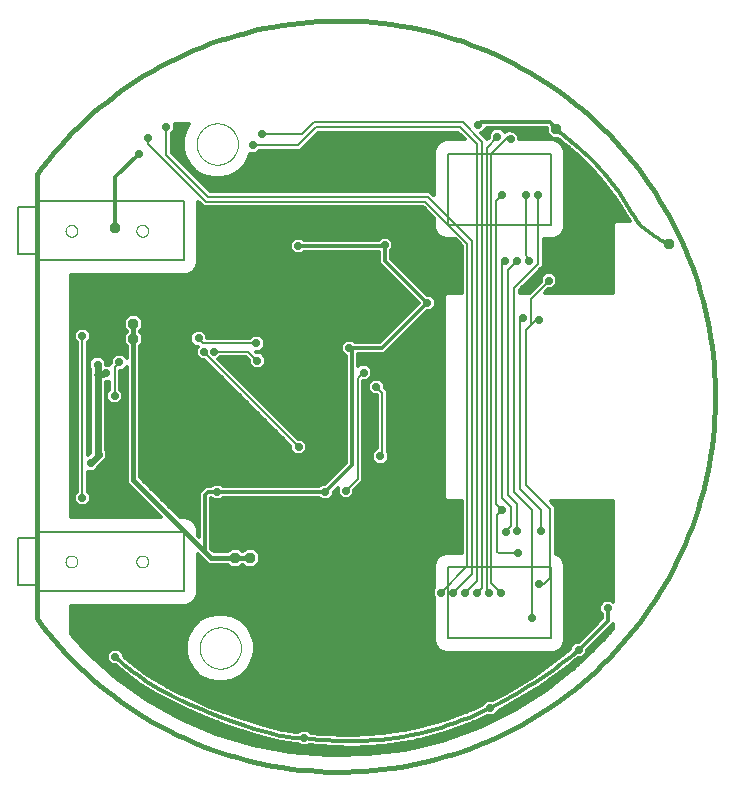
<source format=gbl>
G75*
%MOIN*%
%OFA0B0*%
%FSLAX25Y25*%
%IPPOS*%
%LPD*%
%AMOC8*
5,1,8,0,0,1.08239X$1,22.5*
%
%ADD10C,0.01600*%
%ADD11C,0.00000*%
%ADD12C,0.00500*%
%ADD13C,0.01200*%
%ADD14OC8,0.02800*%
%ADD15OC8,0.02781*%
%ADD16C,0.00800*%
%ADD17OC8,0.03600*%
%ADD18OC8,0.02600*%
%ADD19C,0.02400*%
%ADD20C,0.02000*%
%ADD21OC8,0.02400*%
D10*
X0049772Y0066937D02*
X0049772Y0214969D01*
X0082000Y0165000D02*
X0082000Y0160000D01*
X0082000Y0113000D01*
X0108000Y0087000D01*
X0116000Y0087000D01*
X0121000Y0087000D01*
X0049772Y0066937D02*
X0051614Y0064488D01*
X0053515Y0062085D01*
X0055474Y0059730D01*
X0057491Y0057423D01*
X0059563Y0055166D01*
X0061690Y0052960D01*
X0063871Y0050807D01*
X0066103Y0048708D01*
X0068386Y0046664D01*
X0070719Y0044677D01*
X0073099Y0042748D01*
X0075526Y0040877D01*
X0077998Y0039066D01*
X0080513Y0037317D01*
X0083071Y0035629D01*
X0085669Y0034005D01*
X0088306Y0032444D01*
X0090981Y0030949D01*
X0093691Y0029519D01*
X0096435Y0028157D01*
X0099212Y0026862D01*
X0102020Y0025635D01*
X0104857Y0024477D01*
X0107722Y0023389D01*
X0110612Y0022372D01*
X0113526Y0021425D01*
X0116463Y0020551D01*
X0119420Y0019748D01*
X0122396Y0019018D01*
X0125389Y0018361D01*
X0128397Y0017777D01*
X0131419Y0017268D01*
X0134452Y0016832D01*
X0137494Y0016471D01*
X0140545Y0016184D01*
X0143602Y0015972D01*
X0146663Y0015835D01*
X0149727Y0015773D01*
X0152791Y0015786D01*
X0155854Y0015874D01*
X0158913Y0016037D01*
X0161968Y0016274D01*
X0165016Y0016587D01*
X0168056Y0016974D01*
X0171085Y0017435D01*
X0174102Y0017970D01*
X0177105Y0018579D01*
X0180093Y0019261D01*
X0183062Y0020016D01*
X0186013Y0020844D01*
X0188942Y0021743D01*
X0191848Y0022714D01*
X0194730Y0023756D01*
X0197585Y0024868D01*
X0200412Y0026049D01*
X0203210Y0027300D01*
X0205976Y0028618D01*
X0208708Y0030004D01*
X0211407Y0031456D01*
X0214068Y0032974D01*
X0216692Y0034557D01*
X0219277Y0036203D01*
X0221820Y0037912D01*
X0224321Y0039683D01*
X0226777Y0041514D01*
X0229188Y0043405D01*
X0231552Y0045355D01*
X0233868Y0047362D01*
X0236133Y0049425D01*
X0238348Y0051542D01*
X0240510Y0053714D01*
X0242619Y0055937D01*
X0244672Y0058211D01*
X0246669Y0060536D01*
X0248608Y0062908D01*
X0250489Y0065327D01*
X0252310Y0067791D01*
X0254071Y0070299D01*
X0255769Y0072850D01*
X0257404Y0075441D01*
X0258976Y0078071D01*
X0260482Y0080739D01*
X0261923Y0083444D01*
X0263297Y0086182D01*
X0264604Y0088954D01*
X0265843Y0091757D01*
X0267012Y0094589D01*
X0268112Y0097449D01*
X0269142Y0100335D01*
X0270101Y0103245D01*
X0270988Y0106178D01*
X0271803Y0109132D01*
X0272546Y0112104D01*
X0273215Y0115095D01*
X0273811Y0118100D01*
X0274334Y0121119D01*
X0274782Y0124151D01*
X0275156Y0127192D01*
X0275456Y0130241D01*
X0275681Y0133297D01*
X0275831Y0136358D01*
X0275906Y0139421D01*
X0275906Y0142485D01*
X0275831Y0145548D01*
X0275681Y0148609D01*
X0275456Y0151665D01*
X0275156Y0154714D01*
X0274782Y0157755D01*
X0274334Y0160787D01*
X0273811Y0163806D01*
X0273215Y0166811D01*
X0272546Y0169802D01*
X0271803Y0172774D01*
X0270988Y0175728D01*
X0270101Y0178661D01*
X0269142Y0181571D01*
X0268112Y0184457D01*
X0267012Y0187317D01*
X0265843Y0190149D01*
X0264604Y0192952D01*
X0263297Y0195724D01*
X0261923Y0198462D01*
X0260482Y0201167D01*
X0258976Y0203835D01*
X0257404Y0206465D01*
X0255769Y0209056D01*
X0254071Y0211607D01*
X0252310Y0214115D01*
X0250489Y0216579D01*
X0248608Y0218998D01*
X0246669Y0221370D01*
X0244672Y0223695D01*
X0242619Y0225969D01*
X0240510Y0228192D01*
X0238348Y0230364D01*
X0236133Y0232481D01*
X0233868Y0234544D01*
X0231552Y0236551D01*
X0229188Y0238501D01*
X0226777Y0240392D01*
X0224321Y0242223D01*
X0221820Y0243994D01*
X0219277Y0245703D01*
X0216692Y0247349D01*
X0214068Y0248932D01*
X0211407Y0250450D01*
X0208708Y0251902D01*
X0205976Y0253288D01*
X0203210Y0254606D01*
X0200412Y0255857D01*
X0197585Y0257038D01*
X0194730Y0258150D01*
X0191848Y0259192D01*
X0188942Y0260163D01*
X0186013Y0261062D01*
X0183062Y0261890D01*
X0180093Y0262645D01*
X0177105Y0263327D01*
X0174102Y0263936D01*
X0171085Y0264471D01*
X0168056Y0264932D01*
X0165016Y0265319D01*
X0161968Y0265632D01*
X0158913Y0265869D01*
X0155854Y0266032D01*
X0152791Y0266120D01*
X0149727Y0266133D01*
X0146663Y0266071D01*
X0143602Y0265934D01*
X0140545Y0265722D01*
X0137494Y0265435D01*
X0134452Y0265074D01*
X0131419Y0264638D01*
X0128397Y0264129D01*
X0125389Y0263545D01*
X0122396Y0262888D01*
X0119420Y0262158D01*
X0116463Y0261355D01*
X0113526Y0260481D01*
X0110612Y0259534D01*
X0107722Y0258517D01*
X0104857Y0257429D01*
X0102020Y0256271D01*
X0099212Y0255044D01*
X0096435Y0253749D01*
X0093691Y0252387D01*
X0090981Y0250957D01*
X0088306Y0249462D01*
X0085669Y0247901D01*
X0083071Y0246277D01*
X0080513Y0244589D01*
X0077998Y0242840D01*
X0075526Y0241029D01*
X0073099Y0239158D01*
X0070719Y0237229D01*
X0068386Y0235242D01*
X0066103Y0233198D01*
X0063871Y0231099D01*
X0061690Y0228946D01*
X0059563Y0226740D01*
X0057491Y0224483D01*
X0055474Y0222176D01*
X0053515Y0219821D01*
X0051614Y0217418D01*
X0049772Y0214969D01*
D11*
X0059417Y0196071D02*
X0059419Y0196159D01*
X0059425Y0196247D01*
X0059435Y0196335D01*
X0059449Y0196423D01*
X0059466Y0196509D01*
X0059488Y0196595D01*
X0059513Y0196679D01*
X0059543Y0196763D01*
X0059575Y0196845D01*
X0059612Y0196925D01*
X0059652Y0197004D01*
X0059696Y0197081D01*
X0059743Y0197156D01*
X0059793Y0197228D01*
X0059847Y0197299D01*
X0059903Y0197366D01*
X0059963Y0197432D01*
X0060025Y0197494D01*
X0060091Y0197554D01*
X0060158Y0197610D01*
X0060229Y0197664D01*
X0060301Y0197714D01*
X0060376Y0197761D01*
X0060453Y0197805D01*
X0060532Y0197845D01*
X0060612Y0197882D01*
X0060694Y0197914D01*
X0060778Y0197944D01*
X0060862Y0197969D01*
X0060948Y0197991D01*
X0061034Y0198008D01*
X0061122Y0198022D01*
X0061210Y0198032D01*
X0061298Y0198038D01*
X0061386Y0198040D01*
X0061474Y0198038D01*
X0061562Y0198032D01*
X0061650Y0198022D01*
X0061738Y0198008D01*
X0061824Y0197991D01*
X0061910Y0197969D01*
X0061994Y0197944D01*
X0062078Y0197914D01*
X0062160Y0197882D01*
X0062240Y0197845D01*
X0062319Y0197805D01*
X0062396Y0197761D01*
X0062471Y0197714D01*
X0062543Y0197664D01*
X0062614Y0197610D01*
X0062681Y0197554D01*
X0062747Y0197494D01*
X0062809Y0197432D01*
X0062869Y0197366D01*
X0062925Y0197299D01*
X0062979Y0197228D01*
X0063029Y0197156D01*
X0063076Y0197081D01*
X0063120Y0197004D01*
X0063160Y0196925D01*
X0063197Y0196845D01*
X0063229Y0196763D01*
X0063259Y0196679D01*
X0063284Y0196595D01*
X0063306Y0196509D01*
X0063323Y0196423D01*
X0063337Y0196335D01*
X0063347Y0196247D01*
X0063353Y0196159D01*
X0063355Y0196071D01*
X0063353Y0195983D01*
X0063347Y0195895D01*
X0063337Y0195807D01*
X0063323Y0195719D01*
X0063306Y0195633D01*
X0063284Y0195547D01*
X0063259Y0195463D01*
X0063229Y0195379D01*
X0063197Y0195297D01*
X0063160Y0195217D01*
X0063120Y0195138D01*
X0063076Y0195061D01*
X0063029Y0194986D01*
X0062979Y0194914D01*
X0062925Y0194843D01*
X0062869Y0194776D01*
X0062809Y0194710D01*
X0062747Y0194648D01*
X0062681Y0194588D01*
X0062614Y0194532D01*
X0062543Y0194478D01*
X0062471Y0194428D01*
X0062396Y0194381D01*
X0062319Y0194337D01*
X0062240Y0194297D01*
X0062160Y0194260D01*
X0062078Y0194228D01*
X0061994Y0194198D01*
X0061910Y0194173D01*
X0061824Y0194151D01*
X0061738Y0194134D01*
X0061650Y0194120D01*
X0061562Y0194110D01*
X0061474Y0194104D01*
X0061386Y0194102D01*
X0061298Y0194104D01*
X0061210Y0194110D01*
X0061122Y0194120D01*
X0061034Y0194134D01*
X0060948Y0194151D01*
X0060862Y0194173D01*
X0060778Y0194198D01*
X0060694Y0194228D01*
X0060612Y0194260D01*
X0060532Y0194297D01*
X0060453Y0194337D01*
X0060376Y0194381D01*
X0060301Y0194428D01*
X0060229Y0194478D01*
X0060158Y0194532D01*
X0060091Y0194588D01*
X0060025Y0194648D01*
X0059963Y0194710D01*
X0059903Y0194776D01*
X0059847Y0194843D01*
X0059793Y0194914D01*
X0059743Y0194986D01*
X0059696Y0195061D01*
X0059652Y0195138D01*
X0059612Y0195217D01*
X0059575Y0195297D01*
X0059543Y0195379D01*
X0059513Y0195463D01*
X0059488Y0195547D01*
X0059466Y0195633D01*
X0059449Y0195719D01*
X0059435Y0195807D01*
X0059425Y0195895D01*
X0059419Y0195983D01*
X0059417Y0196071D01*
X0083039Y0196071D02*
X0083041Y0196159D01*
X0083047Y0196247D01*
X0083057Y0196335D01*
X0083071Y0196423D01*
X0083088Y0196509D01*
X0083110Y0196595D01*
X0083135Y0196679D01*
X0083165Y0196763D01*
X0083197Y0196845D01*
X0083234Y0196925D01*
X0083274Y0197004D01*
X0083318Y0197081D01*
X0083365Y0197156D01*
X0083415Y0197228D01*
X0083469Y0197299D01*
X0083525Y0197366D01*
X0083585Y0197432D01*
X0083647Y0197494D01*
X0083713Y0197554D01*
X0083780Y0197610D01*
X0083851Y0197664D01*
X0083923Y0197714D01*
X0083998Y0197761D01*
X0084075Y0197805D01*
X0084154Y0197845D01*
X0084234Y0197882D01*
X0084316Y0197914D01*
X0084400Y0197944D01*
X0084484Y0197969D01*
X0084570Y0197991D01*
X0084656Y0198008D01*
X0084744Y0198022D01*
X0084832Y0198032D01*
X0084920Y0198038D01*
X0085008Y0198040D01*
X0085096Y0198038D01*
X0085184Y0198032D01*
X0085272Y0198022D01*
X0085360Y0198008D01*
X0085446Y0197991D01*
X0085532Y0197969D01*
X0085616Y0197944D01*
X0085700Y0197914D01*
X0085782Y0197882D01*
X0085862Y0197845D01*
X0085941Y0197805D01*
X0086018Y0197761D01*
X0086093Y0197714D01*
X0086165Y0197664D01*
X0086236Y0197610D01*
X0086303Y0197554D01*
X0086369Y0197494D01*
X0086431Y0197432D01*
X0086491Y0197366D01*
X0086547Y0197299D01*
X0086601Y0197228D01*
X0086651Y0197156D01*
X0086698Y0197081D01*
X0086742Y0197004D01*
X0086782Y0196925D01*
X0086819Y0196845D01*
X0086851Y0196763D01*
X0086881Y0196679D01*
X0086906Y0196595D01*
X0086928Y0196509D01*
X0086945Y0196423D01*
X0086959Y0196335D01*
X0086969Y0196247D01*
X0086975Y0196159D01*
X0086977Y0196071D01*
X0086975Y0195983D01*
X0086969Y0195895D01*
X0086959Y0195807D01*
X0086945Y0195719D01*
X0086928Y0195633D01*
X0086906Y0195547D01*
X0086881Y0195463D01*
X0086851Y0195379D01*
X0086819Y0195297D01*
X0086782Y0195217D01*
X0086742Y0195138D01*
X0086698Y0195061D01*
X0086651Y0194986D01*
X0086601Y0194914D01*
X0086547Y0194843D01*
X0086491Y0194776D01*
X0086431Y0194710D01*
X0086369Y0194648D01*
X0086303Y0194588D01*
X0086236Y0194532D01*
X0086165Y0194478D01*
X0086093Y0194428D01*
X0086018Y0194381D01*
X0085941Y0194337D01*
X0085862Y0194297D01*
X0085782Y0194260D01*
X0085700Y0194228D01*
X0085616Y0194198D01*
X0085532Y0194173D01*
X0085446Y0194151D01*
X0085360Y0194134D01*
X0085272Y0194120D01*
X0085184Y0194110D01*
X0085096Y0194104D01*
X0085008Y0194102D01*
X0084920Y0194104D01*
X0084832Y0194110D01*
X0084744Y0194120D01*
X0084656Y0194134D01*
X0084570Y0194151D01*
X0084484Y0194173D01*
X0084400Y0194198D01*
X0084316Y0194228D01*
X0084234Y0194260D01*
X0084154Y0194297D01*
X0084075Y0194337D01*
X0083998Y0194381D01*
X0083923Y0194428D01*
X0083851Y0194478D01*
X0083780Y0194532D01*
X0083713Y0194588D01*
X0083647Y0194648D01*
X0083585Y0194710D01*
X0083525Y0194776D01*
X0083469Y0194843D01*
X0083415Y0194914D01*
X0083365Y0194986D01*
X0083318Y0195061D01*
X0083274Y0195138D01*
X0083234Y0195217D01*
X0083197Y0195297D01*
X0083165Y0195379D01*
X0083135Y0195463D01*
X0083110Y0195547D01*
X0083088Y0195633D01*
X0083071Y0195719D01*
X0083057Y0195807D01*
X0083047Y0195895D01*
X0083041Y0195983D01*
X0083039Y0196071D01*
X0103110Y0225000D02*
X0103112Y0225169D01*
X0103118Y0225338D01*
X0103129Y0225507D01*
X0103143Y0225675D01*
X0103162Y0225843D01*
X0103185Y0226011D01*
X0103211Y0226178D01*
X0103242Y0226344D01*
X0103277Y0226510D01*
X0103316Y0226674D01*
X0103360Y0226838D01*
X0103407Y0227000D01*
X0103458Y0227161D01*
X0103513Y0227321D01*
X0103572Y0227480D01*
X0103634Y0227637D01*
X0103701Y0227792D01*
X0103772Y0227946D01*
X0103846Y0228098D01*
X0103924Y0228248D01*
X0104005Y0228396D01*
X0104090Y0228542D01*
X0104179Y0228686D01*
X0104271Y0228828D01*
X0104367Y0228967D01*
X0104466Y0229104D01*
X0104568Y0229239D01*
X0104674Y0229371D01*
X0104783Y0229500D01*
X0104895Y0229627D01*
X0105010Y0229751D01*
X0105128Y0229872D01*
X0105249Y0229990D01*
X0105373Y0230105D01*
X0105500Y0230217D01*
X0105629Y0230326D01*
X0105761Y0230432D01*
X0105896Y0230534D01*
X0106033Y0230633D01*
X0106172Y0230729D01*
X0106314Y0230821D01*
X0106458Y0230910D01*
X0106604Y0230995D01*
X0106752Y0231076D01*
X0106902Y0231154D01*
X0107054Y0231228D01*
X0107208Y0231299D01*
X0107363Y0231366D01*
X0107520Y0231428D01*
X0107679Y0231487D01*
X0107839Y0231542D01*
X0108000Y0231593D01*
X0108162Y0231640D01*
X0108326Y0231684D01*
X0108490Y0231723D01*
X0108656Y0231758D01*
X0108822Y0231789D01*
X0108989Y0231815D01*
X0109157Y0231838D01*
X0109325Y0231857D01*
X0109493Y0231871D01*
X0109662Y0231882D01*
X0109831Y0231888D01*
X0110000Y0231890D01*
X0110169Y0231888D01*
X0110338Y0231882D01*
X0110507Y0231871D01*
X0110675Y0231857D01*
X0110843Y0231838D01*
X0111011Y0231815D01*
X0111178Y0231789D01*
X0111344Y0231758D01*
X0111510Y0231723D01*
X0111674Y0231684D01*
X0111838Y0231640D01*
X0112000Y0231593D01*
X0112161Y0231542D01*
X0112321Y0231487D01*
X0112480Y0231428D01*
X0112637Y0231366D01*
X0112792Y0231299D01*
X0112946Y0231228D01*
X0113098Y0231154D01*
X0113248Y0231076D01*
X0113396Y0230995D01*
X0113542Y0230910D01*
X0113686Y0230821D01*
X0113828Y0230729D01*
X0113967Y0230633D01*
X0114104Y0230534D01*
X0114239Y0230432D01*
X0114371Y0230326D01*
X0114500Y0230217D01*
X0114627Y0230105D01*
X0114751Y0229990D01*
X0114872Y0229872D01*
X0114990Y0229751D01*
X0115105Y0229627D01*
X0115217Y0229500D01*
X0115326Y0229371D01*
X0115432Y0229239D01*
X0115534Y0229104D01*
X0115633Y0228967D01*
X0115729Y0228828D01*
X0115821Y0228686D01*
X0115910Y0228542D01*
X0115995Y0228396D01*
X0116076Y0228248D01*
X0116154Y0228098D01*
X0116228Y0227946D01*
X0116299Y0227792D01*
X0116366Y0227637D01*
X0116428Y0227480D01*
X0116487Y0227321D01*
X0116542Y0227161D01*
X0116593Y0227000D01*
X0116640Y0226838D01*
X0116684Y0226674D01*
X0116723Y0226510D01*
X0116758Y0226344D01*
X0116789Y0226178D01*
X0116815Y0226011D01*
X0116838Y0225843D01*
X0116857Y0225675D01*
X0116871Y0225507D01*
X0116882Y0225338D01*
X0116888Y0225169D01*
X0116890Y0225000D01*
X0116888Y0224831D01*
X0116882Y0224662D01*
X0116871Y0224493D01*
X0116857Y0224325D01*
X0116838Y0224157D01*
X0116815Y0223989D01*
X0116789Y0223822D01*
X0116758Y0223656D01*
X0116723Y0223490D01*
X0116684Y0223326D01*
X0116640Y0223162D01*
X0116593Y0223000D01*
X0116542Y0222839D01*
X0116487Y0222679D01*
X0116428Y0222520D01*
X0116366Y0222363D01*
X0116299Y0222208D01*
X0116228Y0222054D01*
X0116154Y0221902D01*
X0116076Y0221752D01*
X0115995Y0221604D01*
X0115910Y0221458D01*
X0115821Y0221314D01*
X0115729Y0221172D01*
X0115633Y0221033D01*
X0115534Y0220896D01*
X0115432Y0220761D01*
X0115326Y0220629D01*
X0115217Y0220500D01*
X0115105Y0220373D01*
X0114990Y0220249D01*
X0114872Y0220128D01*
X0114751Y0220010D01*
X0114627Y0219895D01*
X0114500Y0219783D01*
X0114371Y0219674D01*
X0114239Y0219568D01*
X0114104Y0219466D01*
X0113967Y0219367D01*
X0113828Y0219271D01*
X0113686Y0219179D01*
X0113542Y0219090D01*
X0113396Y0219005D01*
X0113248Y0218924D01*
X0113098Y0218846D01*
X0112946Y0218772D01*
X0112792Y0218701D01*
X0112637Y0218634D01*
X0112480Y0218572D01*
X0112321Y0218513D01*
X0112161Y0218458D01*
X0112000Y0218407D01*
X0111838Y0218360D01*
X0111674Y0218316D01*
X0111510Y0218277D01*
X0111344Y0218242D01*
X0111178Y0218211D01*
X0111011Y0218185D01*
X0110843Y0218162D01*
X0110675Y0218143D01*
X0110507Y0218129D01*
X0110338Y0218118D01*
X0110169Y0218112D01*
X0110000Y0218110D01*
X0109831Y0218112D01*
X0109662Y0218118D01*
X0109493Y0218129D01*
X0109325Y0218143D01*
X0109157Y0218162D01*
X0108989Y0218185D01*
X0108822Y0218211D01*
X0108656Y0218242D01*
X0108490Y0218277D01*
X0108326Y0218316D01*
X0108162Y0218360D01*
X0108000Y0218407D01*
X0107839Y0218458D01*
X0107679Y0218513D01*
X0107520Y0218572D01*
X0107363Y0218634D01*
X0107208Y0218701D01*
X0107054Y0218772D01*
X0106902Y0218846D01*
X0106752Y0218924D01*
X0106604Y0219005D01*
X0106458Y0219090D01*
X0106314Y0219179D01*
X0106172Y0219271D01*
X0106033Y0219367D01*
X0105896Y0219466D01*
X0105761Y0219568D01*
X0105629Y0219674D01*
X0105500Y0219783D01*
X0105373Y0219895D01*
X0105249Y0220010D01*
X0105128Y0220128D01*
X0105010Y0220249D01*
X0104895Y0220373D01*
X0104783Y0220500D01*
X0104674Y0220629D01*
X0104568Y0220761D01*
X0104466Y0220896D01*
X0104367Y0221033D01*
X0104271Y0221172D01*
X0104179Y0221314D01*
X0104090Y0221458D01*
X0104005Y0221604D01*
X0103924Y0221752D01*
X0103846Y0221902D01*
X0103772Y0222054D01*
X0103701Y0222208D01*
X0103634Y0222363D01*
X0103572Y0222520D01*
X0103513Y0222679D01*
X0103458Y0222839D01*
X0103407Y0223000D01*
X0103360Y0223162D01*
X0103316Y0223326D01*
X0103277Y0223490D01*
X0103242Y0223656D01*
X0103211Y0223822D01*
X0103185Y0223989D01*
X0103162Y0224157D01*
X0103143Y0224325D01*
X0103129Y0224493D01*
X0103118Y0224662D01*
X0103112Y0224831D01*
X0103110Y0225000D01*
X0083039Y0085835D02*
X0083041Y0085923D01*
X0083047Y0086011D01*
X0083057Y0086099D01*
X0083071Y0086187D01*
X0083088Y0086273D01*
X0083110Y0086359D01*
X0083135Y0086443D01*
X0083165Y0086527D01*
X0083197Y0086609D01*
X0083234Y0086689D01*
X0083274Y0086768D01*
X0083318Y0086845D01*
X0083365Y0086920D01*
X0083415Y0086992D01*
X0083469Y0087063D01*
X0083525Y0087130D01*
X0083585Y0087196D01*
X0083647Y0087258D01*
X0083713Y0087318D01*
X0083780Y0087374D01*
X0083851Y0087428D01*
X0083923Y0087478D01*
X0083998Y0087525D01*
X0084075Y0087569D01*
X0084154Y0087609D01*
X0084234Y0087646D01*
X0084316Y0087678D01*
X0084400Y0087708D01*
X0084484Y0087733D01*
X0084570Y0087755D01*
X0084656Y0087772D01*
X0084744Y0087786D01*
X0084832Y0087796D01*
X0084920Y0087802D01*
X0085008Y0087804D01*
X0085096Y0087802D01*
X0085184Y0087796D01*
X0085272Y0087786D01*
X0085360Y0087772D01*
X0085446Y0087755D01*
X0085532Y0087733D01*
X0085616Y0087708D01*
X0085700Y0087678D01*
X0085782Y0087646D01*
X0085862Y0087609D01*
X0085941Y0087569D01*
X0086018Y0087525D01*
X0086093Y0087478D01*
X0086165Y0087428D01*
X0086236Y0087374D01*
X0086303Y0087318D01*
X0086369Y0087258D01*
X0086431Y0087196D01*
X0086491Y0087130D01*
X0086547Y0087063D01*
X0086601Y0086992D01*
X0086651Y0086920D01*
X0086698Y0086845D01*
X0086742Y0086768D01*
X0086782Y0086689D01*
X0086819Y0086609D01*
X0086851Y0086527D01*
X0086881Y0086443D01*
X0086906Y0086359D01*
X0086928Y0086273D01*
X0086945Y0086187D01*
X0086959Y0086099D01*
X0086969Y0086011D01*
X0086975Y0085923D01*
X0086977Y0085835D01*
X0086975Y0085747D01*
X0086969Y0085659D01*
X0086959Y0085571D01*
X0086945Y0085483D01*
X0086928Y0085397D01*
X0086906Y0085311D01*
X0086881Y0085227D01*
X0086851Y0085143D01*
X0086819Y0085061D01*
X0086782Y0084981D01*
X0086742Y0084902D01*
X0086698Y0084825D01*
X0086651Y0084750D01*
X0086601Y0084678D01*
X0086547Y0084607D01*
X0086491Y0084540D01*
X0086431Y0084474D01*
X0086369Y0084412D01*
X0086303Y0084352D01*
X0086236Y0084296D01*
X0086165Y0084242D01*
X0086093Y0084192D01*
X0086018Y0084145D01*
X0085941Y0084101D01*
X0085862Y0084061D01*
X0085782Y0084024D01*
X0085700Y0083992D01*
X0085616Y0083962D01*
X0085532Y0083937D01*
X0085446Y0083915D01*
X0085360Y0083898D01*
X0085272Y0083884D01*
X0085184Y0083874D01*
X0085096Y0083868D01*
X0085008Y0083866D01*
X0084920Y0083868D01*
X0084832Y0083874D01*
X0084744Y0083884D01*
X0084656Y0083898D01*
X0084570Y0083915D01*
X0084484Y0083937D01*
X0084400Y0083962D01*
X0084316Y0083992D01*
X0084234Y0084024D01*
X0084154Y0084061D01*
X0084075Y0084101D01*
X0083998Y0084145D01*
X0083923Y0084192D01*
X0083851Y0084242D01*
X0083780Y0084296D01*
X0083713Y0084352D01*
X0083647Y0084412D01*
X0083585Y0084474D01*
X0083525Y0084540D01*
X0083469Y0084607D01*
X0083415Y0084678D01*
X0083365Y0084750D01*
X0083318Y0084825D01*
X0083274Y0084902D01*
X0083234Y0084981D01*
X0083197Y0085061D01*
X0083165Y0085143D01*
X0083135Y0085227D01*
X0083110Y0085311D01*
X0083088Y0085397D01*
X0083071Y0085483D01*
X0083057Y0085571D01*
X0083047Y0085659D01*
X0083041Y0085747D01*
X0083039Y0085835D01*
X0059417Y0085835D02*
X0059419Y0085923D01*
X0059425Y0086011D01*
X0059435Y0086099D01*
X0059449Y0086187D01*
X0059466Y0086273D01*
X0059488Y0086359D01*
X0059513Y0086443D01*
X0059543Y0086527D01*
X0059575Y0086609D01*
X0059612Y0086689D01*
X0059652Y0086768D01*
X0059696Y0086845D01*
X0059743Y0086920D01*
X0059793Y0086992D01*
X0059847Y0087063D01*
X0059903Y0087130D01*
X0059963Y0087196D01*
X0060025Y0087258D01*
X0060091Y0087318D01*
X0060158Y0087374D01*
X0060229Y0087428D01*
X0060301Y0087478D01*
X0060376Y0087525D01*
X0060453Y0087569D01*
X0060532Y0087609D01*
X0060612Y0087646D01*
X0060694Y0087678D01*
X0060778Y0087708D01*
X0060862Y0087733D01*
X0060948Y0087755D01*
X0061034Y0087772D01*
X0061122Y0087786D01*
X0061210Y0087796D01*
X0061298Y0087802D01*
X0061386Y0087804D01*
X0061474Y0087802D01*
X0061562Y0087796D01*
X0061650Y0087786D01*
X0061738Y0087772D01*
X0061824Y0087755D01*
X0061910Y0087733D01*
X0061994Y0087708D01*
X0062078Y0087678D01*
X0062160Y0087646D01*
X0062240Y0087609D01*
X0062319Y0087569D01*
X0062396Y0087525D01*
X0062471Y0087478D01*
X0062543Y0087428D01*
X0062614Y0087374D01*
X0062681Y0087318D01*
X0062747Y0087258D01*
X0062809Y0087196D01*
X0062869Y0087130D01*
X0062925Y0087063D01*
X0062979Y0086992D01*
X0063029Y0086920D01*
X0063076Y0086845D01*
X0063120Y0086768D01*
X0063160Y0086689D01*
X0063197Y0086609D01*
X0063229Y0086527D01*
X0063259Y0086443D01*
X0063284Y0086359D01*
X0063306Y0086273D01*
X0063323Y0086187D01*
X0063337Y0086099D01*
X0063347Y0086011D01*
X0063353Y0085923D01*
X0063355Y0085835D01*
X0063353Y0085747D01*
X0063347Y0085659D01*
X0063337Y0085571D01*
X0063323Y0085483D01*
X0063306Y0085397D01*
X0063284Y0085311D01*
X0063259Y0085227D01*
X0063229Y0085143D01*
X0063197Y0085061D01*
X0063160Y0084981D01*
X0063120Y0084902D01*
X0063076Y0084825D01*
X0063029Y0084750D01*
X0062979Y0084678D01*
X0062925Y0084607D01*
X0062869Y0084540D01*
X0062809Y0084474D01*
X0062747Y0084412D01*
X0062681Y0084352D01*
X0062614Y0084296D01*
X0062543Y0084242D01*
X0062471Y0084192D01*
X0062396Y0084145D01*
X0062319Y0084101D01*
X0062240Y0084061D01*
X0062160Y0084024D01*
X0062078Y0083992D01*
X0061994Y0083962D01*
X0061910Y0083937D01*
X0061824Y0083915D01*
X0061738Y0083898D01*
X0061650Y0083884D01*
X0061562Y0083874D01*
X0061474Y0083868D01*
X0061386Y0083866D01*
X0061298Y0083868D01*
X0061210Y0083874D01*
X0061122Y0083884D01*
X0061034Y0083898D01*
X0060948Y0083915D01*
X0060862Y0083937D01*
X0060778Y0083962D01*
X0060694Y0083992D01*
X0060612Y0084024D01*
X0060532Y0084061D01*
X0060453Y0084101D01*
X0060376Y0084145D01*
X0060301Y0084192D01*
X0060229Y0084242D01*
X0060158Y0084296D01*
X0060091Y0084352D01*
X0060025Y0084412D01*
X0059963Y0084474D01*
X0059903Y0084540D01*
X0059847Y0084607D01*
X0059793Y0084678D01*
X0059743Y0084750D01*
X0059696Y0084825D01*
X0059652Y0084902D01*
X0059612Y0084981D01*
X0059575Y0085061D01*
X0059543Y0085143D01*
X0059513Y0085227D01*
X0059488Y0085311D01*
X0059466Y0085397D01*
X0059449Y0085483D01*
X0059435Y0085571D01*
X0059425Y0085659D01*
X0059419Y0085747D01*
X0059417Y0085835D01*
X0104110Y0057000D02*
X0104112Y0057169D01*
X0104118Y0057338D01*
X0104129Y0057507D01*
X0104143Y0057675D01*
X0104162Y0057843D01*
X0104185Y0058011D01*
X0104211Y0058178D01*
X0104242Y0058344D01*
X0104277Y0058510D01*
X0104316Y0058674D01*
X0104360Y0058838D01*
X0104407Y0059000D01*
X0104458Y0059161D01*
X0104513Y0059321D01*
X0104572Y0059480D01*
X0104634Y0059637D01*
X0104701Y0059792D01*
X0104772Y0059946D01*
X0104846Y0060098D01*
X0104924Y0060248D01*
X0105005Y0060396D01*
X0105090Y0060542D01*
X0105179Y0060686D01*
X0105271Y0060828D01*
X0105367Y0060967D01*
X0105466Y0061104D01*
X0105568Y0061239D01*
X0105674Y0061371D01*
X0105783Y0061500D01*
X0105895Y0061627D01*
X0106010Y0061751D01*
X0106128Y0061872D01*
X0106249Y0061990D01*
X0106373Y0062105D01*
X0106500Y0062217D01*
X0106629Y0062326D01*
X0106761Y0062432D01*
X0106896Y0062534D01*
X0107033Y0062633D01*
X0107172Y0062729D01*
X0107314Y0062821D01*
X0107458Y0062910D01*
X0107604Y0062995D01*
X0107752Y0063076D01*
X0107902Y0063154D01*
X0108054Y0063228D01*
X0108208Y0063299D01*
X0108363Y0063366D01*
X0108520Y0063428D01*
X0108679Y0063487D01*
X0108839Y0063542D01*
X0109000Y0063593D01*
X0109162Y0063640D01*
X0109326Y0063684D01*
X0109490Y0063723D01*
X0109656Y0063758D01*
X0109822Y0063789D01*
X0109989Y0063815D01*
X0110157Y0063838D01*
X0110325Y0063857D01*
X0110493Y0063871D01*
X0110662Y0063882D01*
X0110831Y0063888D01*
X0111000Y0063890D01*
X0111169Y0063888D01*
X0111338Y0063882D01*
X0111507Y0063871D01*
X0111675Y0063857D01*
X0111843Y0063838D01*
X0112011Y0063815D01*
X0112178Y0063789D01*
X0112344Y0063758D01*
X0112510Y0063723D01*
X0112674Y0063684D01*
X0112838Y0063640D01*
X0113000Y0063593D01*
X0113161Y0063542D01*
X0113321Y0063487D01*
X0113480Y0063428D01*
X0113637Y0063366D01*
X0113792Y0063299D01*
X0113946Y0063228D01*
X0114098Y0063154D01*
X0114248Y0063076D01*
X0114396Y0062995D01*
X0114542Y0062910D01*
X0114686Y0062821D01*
X0114828Y0062729D01*
X0114967Y0062633D01*
X0115104Y0062534D01*
X0115239Y0062432D01*
X0115371Y0062326D01*
X0115500Y0062217D01*
X0115627Y0062105D01*
X0115751Y0061990D01*
X0115872Y0061872D01*
X0115990Y0061751D01*
X0116105Y0061627D01*
X0116217Y0061500D01*
X0116326Y0061371D01*
X0116432Y0061239D01*
X0116534Y0061104D01*
X0116633Y0060967D01*
X0116729Y0060828D01*
X0116821Y0060686D01*
X0116910Y0060542D01*
X0116995Y0060396D01*
X0117076Y0060248D01*
X0117154Y0060098D01*
X0117228Y0059946D01*
X0117299Y0059792D01*
X0117366Y0059637D01*
X0117428Y0059480D01*
X0117487Y0059321D01*
X0117542Y0059161D01*
X0117593Y0059000D01*
X0117640Y0058838D01*
X0117684Y0058674D01*
X0117723Y0058510D01*
X0117758Y0058344D01*
X0117789Y0058178D01*
X0117815Y0058011D01*
X0117838Y0057843D01*
X0117857Y0057675D01*
X0117871Y0057507D01*
X0117882Y0057338D01*
X0117888Y0057169D01*
X0117890Y0057000D01*
X0117888Y0056831D01*
X0117882Y0056662D01*
X0117871Y0056493D01*
X0117857Y0056325D01*
X0117838Y0056157D01*
X0117815Y0055989D01*
X0117789Y0055822D01*
X0117758Y0055656D01*
X0117723Y0055490D01*
X0117684Y0055326D01*
X0117640Y0055162D01*
X0117593Y0055000D01*
X0117542Y0054839D01*
X0117487Y0054679D01*
X0117428Y0054520D01*
X0117366Y0054363D01*
X0117299Y0054208D01*
X0117228Y0054054D01*
X0117154Y0053902D01*
X0117076Y0053752D01*
X0116995Y0053604D01*
X0116910Y0053458D01*
X0116821Y0053314D01*
X0116729Y0053172D01*
X0116633Y0053033D01*
X0116534Y0052896D01*
X0116432Y0052761D01*
X0116326Y0052629D01*
X0116217Y0052500D01*
X0116105Y0052373D01*
X0115990Y0052249D01*
X0115872Y0052128D01*
X0115751Y0052010D01*
X0115627Y0051895D01*
X0115500Y0051783D01*
X0115371Y0051674D01*
X0115239Y0051568D01*
X0115104Y0051466D01*
X0114967Y0051367D01*
X0114828Y0051271D01*
X0114686Y0051179D01*
X0114542Y0051090D01*
X0114396Y0051005D01*
X0114248Y0050924D01*
X0114098Y0050846D01*
X0113946Y0050772D01*
X0113792Y0050701D01*
X0113637Y0050634D01*
X0113480Y0050572D01*
X0113321Y0050513D01*
X0113161Y0050458D01*
X0113000Y0050407D01*
X0112838Y0050360D01*
X0112674Y0050316D01*
X0112510Y0050277D01*
X0112344Y0050242D01*
X0112178Y0050211D01*
X0112011Y0050185D01*
X0111843Y0050162D01*
X0111675Y0050143D01*
X0111507Y0050129D01*
X0111338Y0050118D01*
X0111169Y0050112D01*
X0111000Y0050110D01*
X0110831Y0050112D01*
X0110662Y0050118D01*
X0110493Y0050129D01*
X0110325Y0050143D01*
X0110157Y0050162D01*
X0109989Y0050185D01*
X0109822Y0050211D01*
X0109656Y0050242D01*
X0109490Y0050277D01*
X0109326Y0050316D01*
X0109162Y0050360D01*
X0109000Y0050407D01*
X0108839Y0050458D01*
X0108679Y0050513D01*
X0108520Y0050572D01*
X0108363Y0050634D01*
X0108208Y0050701D01*
X0108054Y0050772D01*
X0107902Y0050846D01*
X0107752Y0050924D01*
X0107604Y0051005D01*
X0107458Y0051090D01*
X0107314Y0051179D01*
X0107172Y0051271D01*
X0107033Y0051367D01*
X0106896Y0051466D01*
X0106761Y0051568D01*
X0106629Y0051674D01*
X0106500Y0051783D01*
X0106373Y0051895D01*
X0106249Y0052010D01*
X0106128Y0052128D01*
X0106010Y0052249D01*
X0105895Y0052373D01*
X0105783Y0052500D01*
X0105674Y0052629D01*
X0105568Y0052761D01*
X0105466Y0052896D01*
X0105367Y0053033D01*
X0105271Y0053172D01*
X0105179Y0053314D01*
X0105090Y0053458D01*
X0105005Y0053604D01*
X0104924Y0053752D01*
X0104846Y0053902D01*
X0104772Y0054054D01*
X0104701Y0054208D01*
X0104634Y0054363D01*
X0104572Y0054520D01*
X0104513Y0054679D01*
X0104458Y0054839D01*
X0104407Y0055000D01*
X0104360Y0055162D01*
X0104316Y0055326D01*
X0104277Y0055490D01*
X0104242Y0055656D01*
X0104211Y0055822D01*
X0104185Y0055989D01*
X0104162Y0056157D01*
X0104143Y0056325D01*
X0104129Y0056493D01*
X0104118Y0056662D01*
X0104112Y0056831D01*
X0104110Y0057000D01*
D12*
X0098787Y0075992D02*
X0098787Y0095677D01*
X0049575Y0095677D01*
X0049575Y0093709D01*
X0043669Y0093709D01*
X0043669Y0077961D01*
X0049575Y0077961D01*
X0049575Y0075992D01*
X0098787Y0075992D01*
X0187055Y0083866D02*
X0187055Y0060244D01*
X0221150Y0060244D01*
X0221150Y0083866D01*
X0187055Y0083866D01*
X0098787Y0186228D02*
X0098787Y0205913D01*
X0049575Y0205913D01*
X0049575Y0203945D01*
X0043669Y0203945D01*
X0043669Y0188197D01*
X0049575Y0188197D01*
X0049575Y0186228D01*
X0098787Y0186228D01*
X0187055Y0198039D02*
X0187055Y0221661D01*
X0221150Y0221661D01*
X0221150Y0198039D01*
X0187055Y0198039D01*
D13*
X0099518Y0058543D02*
X0064001Y0058543D01*
X0065094Y0057345D02*
X0099510Y0057345D01*
X0099510Y0058513D02*
X0099510Y0055487D01*
X0100293Y0052565D01*
X0101806Y0049945D01*
X0103945Y0047806D01*
X0106565Y0046293D01*
X0109487Y0045510D01*
X0112513Y0045510D01*
X0115435Y0046293D01*
X0118055Y0047806D01*
X0120194Y0049945D01*
X0121707Y0052565D01*
X0122490Y0055487D01*
X0122490Y0058513D01*
X0121707Y0061435D01*
X0120194Y0064055D01*
X0118055Y0066194D01*
X0115435Y0067707D01*
X0112513Y0068490D01*
X0109487Y0068490D01*
X0106565Y0067707D01*
X0103945Y0066194D01*
X0101806Y0064055D01*
X0100293Y0061435D01*
X0099510Y0058513D01*
X0099840Y0059742D02*
X0062908Y0059742D01*
X0061815Y0060940D02*
X0100161Y0060940D01*
X0100700Y0062139D02*
X0061200Y0062139D01*
X0061200Y0061615D02*
X0061200Y0071142D01*
X0099752Y0071142D01*
X0101535Y0071880D01*
X0102899Y0073245D01*
X0103637Y0075027D01*
X0103637Y0088251D01*
X0105800Y0086089D01*
X0105800Y0086089D01*
X0107089Y0084800D01*
X0113675Y0084800D01*
X0114675Y0083800D01*
X0117325Y0083800D01*
X0118325Y0084800D01*
X0118675Y0084800D01*
X0119675Y0083800D01*
X0122325Y0083800D01*
X0124200Y0085675D01*
X0124200Y0088325D01*
X0122325Y0090200D01*
X0119675Y0090200D01*
X0118675Y0089200D01*
X0118325Y0089200D01*
X0117325Y0090200D01*
X0114675Y0090200D01*
X0113675Y0089200D01*
X0108911Y0089200D01*
X0108000Y0090111D01*
X0108000Y0107000D01*
X0108040Y0107000D01*
X0108840Y0106200D01*
X0111160Y0106200D01*
X0111960Y0107000D01*
X0144040Y0107000D01*
X0144840Y0106200D01*
X0147160Y0106200D01*
X0148800Y0107840D01*
X0148800Y0108972D01*
X0150131Y0110302D01*
X0150131Y0108301D01*
X0151765Y0106666D01*
X0154077Y0106666D01*
X0155712Y0108301D01*
X0155712Y0109702D01*
X0157604Y0111594D01*
X0158658Y0112648D01*
X0158658Y0146036D01*
X0159983Y0146036D01*
X0161617Y0147671D01*
X0161617Y0149983D01*
X0159983Y0151617D01*
X0157671Y0151617D01*
X0157000Y0150946D01*
X0157000Y0155000D01*
X0165828Y0155000D01*
X0167000Y0156172D01*
X0180028Y0169200D01*
X0181160Y0169200D01*
X0182800Y0170840D01*
X0182800Y0173160D01*
X0181160Y0174800D01*
X0180028Y0174800D01*
X0168004Y0186825D01*
X0168016Y0189528D01*
X0168724Y0190236D01*
X0168724Y0192473D01*
X0167142Y0194054D01*
X0164905Y0194054D01*
X0163851Y0193000D01*
X0138960Y0193000D01*
X0138160Y0193800D01*
X0135840Y0193800D01*
X0134200Y0192160D01*
X0134200Y0189840D01*
X0135840Y0188200D01*
X0138160Y0188200D01*
X0138960Y0189000D01*
X0164013Y0189000D01*
X0164004Y0186832D01*
X0164000Y0186828D01*
X0164000Y0186003D01*
X0163996Y0185180D01*
X0164000Y0185177D01*
X0164000Y0185172D01*
X0164583Y0184589D01*
X0165163Y0184004D01*
X0165168Y0184004D01*
X0177172Y0172000D01*
X0164172Y0159000D01*
X0155960Y0159000D01*
X0155160Y0159800D01*
X0152840Y0159800D01*
X0151200Y0158160D01*
X0151200Y0155840D01*
X0152840Y0154200D01*
X0153000Y0154200D01*
X0153000Y0118828D01*
X0145972Y0111800D01*
X0144840Y0111800D01*
X0144040Y0111000D01*
X0111960Y0111000D01*
X0111160Y0111800D01*
X0108840Y0111800D01*
X0108040Y0111000D01*
X0106172Y0111000D01*
X0105000Y0109828D01*
X0104000Y0108828D01*
X0104000Y0094111D01*
X0103637Y0094474D01*
X0103637Y0096642D01*
X0102899Y0098424D01*
X0101535Y0099789D01*
X0099752Y0100527D01*
X0097584Y0100527D01*
X0084200Y0113911D01*
X0084200Y0157675D01*
X0085200Y0158675D01*
X0085200Y0161325D01*
X0084200Y0162325D01*
X0084200Y0162675D01*
X0085200Y0163675D01*
X0085200Y0166325D01*
X0083325Y0168200D01*
X0080675Y0168200D01*
X0078800Y0166325D01*
X0078800Y0163675D01*
X0079800Y0162675D01*
X0079800Y0162325D01*
X0078800Y0161325D01*
X0078800Y0158675D01*
X0079800Y0157675D01*
X0079800Y0153746D01*
X0078556Y0154991D01*
X0076244Y0154991D01*
X0074609Y0153356D01*
X0074609Y0151955D01*
X0074000Y0151346D01*
X0074000Y0151267D01*
X0073939Y0151328D01*
X0072991Y0151328D01*
X0072991Y0152556D01*
X0071356Y0154191D01*
X0069044Y0154191D01*
X0067409Y0152556D01*
X0067409Y0150244D01*
X0067600Y0150054D01*
X0067600Y0122077D01*
X0066914Y0121391D01*
X0066800Y0121391D01*
X0066800Y0158840D01*
X0067800Y0159840D01*
X0067800Y0162160D01*
X0066160Y0163800D01*
X0063840Y0163800D01*
X0062200Y0162160D01*
X0062200Y0159840D01*
X0063200Y0158840D01*
X0063200Y0109160D01*
X0062200Y0108160D01*
X0062200Y0105840D01*
X0063840Y0104200D01*
X0066160Y0104200D01*
X0067800Y0105840D01*
X0067800Y0108160D01*
X0066800Y0109160D01*
X0066800Y0115809D01*
X0068956Y0115809D01*
X0070591Y0117444D01*
X0070591Y0117714D01*
X0071502Y0118625D01*
X0071640Y0118625D01*
X0073280Y0120265D01*
X0073280Y0122585D01*
X0072800Y0123065D01*
X0072800Y0145600D01*
X0072808Y0145600D01*
X0073116Y0145728D01*
X0073939Y0145728D01*
X0074000Y0145788D01*
X0074000Y0143146D01*
X0073009Y0142156D01*
X0073009Y0139844D01*
X0074644Y0138209D01*
X0076956Y0138209D01*
X0078591Y0139844D01*
X0078591Y0142156D01*
X0077600Y0143146D01*
X0077600Y0149409D01*
X0078556Y0149409D01*
X0079800Y0150654D01*
X0079800Y0112089D01*
X0081089Y0110800D01*
X0091362Y0100527D01*
X0061200Y0100527D01*
X0061200Y0181378D01*
X0099752Y0181378D01*
X0101535Y0182117D01*
X0102899Y0183481D01*
X0103637Y0185264D01*
X0103637Y0205817D01*
X0105454Y0204000D01*
X0178654Y0204000D01*
X0182205Y0200449D01*
X0182205Y0197075D01*
X0182943Y0195292D01*
X0184308Y0193928D01*
X0186090Y0193189D01*
X0189465Y0193189D01*
X0191600Y0191054D01*
X0191600Y0175463D01*
X0186515Y0175463D01*
X0185694Y0174643D01*
X0185694Y0106672D01*
X0186515Y0105852D01*
X0191600Y0105852D01*
X0191600Y0088716D01*
X0186090Y0088716D01*
X0184308Y0087978D01*
X0182943Y0086613D01*
X0182205Y0084831D01*
X0182205Y0076952D01*
X0181809Y0076556D01*
X0181809Y0074244D01*
X0182205Y0073848D01*
X0182205Y0059279D01*
X0182943Y0057497D01*
X0184308Y0056132D01*
X0186090Y0055394D01*
X0188020Y0055394D01*
X0220185Y0055394D01*
X0222114Y0055394D01*
X0223897Y0056132D01*
X0225261Y0057497D01*
X0226000Y0059279D01*
X0226000Y0084831D01*
X0225261Y0086613D01*
X0223897Y0087978D01*
X0222800Y0088432D01*
X0222800Y0104146D01*
X0221746Y0105200D01*
X0221094Y0105852D01*
X0242000Y0105852D01*
X0242000Y0072360D01*
X0241360Y0073000D01*
X0239040Y0073000D01*
X0237400Y0071360D01*
X0237400Y0069040D01*
X0238200Y0068240D01*
X0238200Y0066855D01*
X0230515Y0059170D01*
X0229384Y0059170D01*
X0227743Y0057530D01*
X0227743Y0056681D01*
X0224725Y0054247D01*
X0215246Y0047486D01*
X0205267Y0041490D01*
X0202038Y0039800D01*
X0199840Y0039800D01*
X0198200Y0038160D01*
X0198200Y0037898D01*
X0195385Y0036583D01*
X0185637Y0032895D01*
X0175567Y0030208D01*
X0165278Y0028549D01*
X0154874Y0027933D01*
X0144461Y0028369D01*
X0141207Y0028753D01*
X0140160Y0029800D01*
X0137840Y0029800D01*
X0137069Y0029029D01*
X0136105Y0029059D01*
X0132344Y0029529D01*
X0130492Y0029938D01*
X0130492Y0029939D01*
X0125735Y0031219D01*
X0125735Y0031219D01*
X0116340Y0034186D01*
X0111710Y0035870D01*
X0107693Y0037453D01*
X0099781Y0040914D01*
X0095891Y0042790D01*
X0095891Y0042791D01*
X0092567Y0044541D01*
X0086179Y0048493D01*
X0080182Y0053015D01*
X0078800Y0054216D01*
X0078800Y0055160D01*
X0077160Y0056800D01*
X0074840Y0056800D01*
X0073200Y0055160D01*
X0073200Y0052840D01*
X0074840Y0051200D01*
X0076105Y0051200D01*
X0077571Y0049866D01*
X0083869Y0045116D01*
X0090578Y0040967D01*
X0094109Y0039209D01*
X0094851Y0038840D01*
X0098064Y0037241D01*
X0106160Y0033699D01*
X0109515Y0032425D01*
X0110290Y0032130D01*
X0115004Y0030340D01*
X0124620Y0027303D01*
X0128705Y0026265D01*
X0129508Y0026062D01*
X0131589Y0025533D01*
X0131589Y0025533D01*
X0135852Y0025000D01*
X0137040Y0025000D01*
X0137840Y0024200D01*
X0140160Y0024200D01*
X0140696Y0024736D01*
X0144080Y0024250D01*
X0144080Y0024250D01*
X0154910Y0023797D01*
X0165730Y0024437D01*
X0165730Y0024437D01*
X0176431Y0026163D01*
X0176431Y0026163D01*
X0186904Y0028957D01*
X0197042Y0032792D01*
X0197042Y0032792D01*
X0199866Y0034200D01*
X0202160Y0034200D01*
X0203800Y0035840D01*
X0203800Y0036161D01*
X0207247Y0037880D01*
X0217504Y0044043D01*
X0227246Y0050992D01*
X0230318Y0053570D01*
X0231703Y0053570D01*
X0233343Y0055210D01*
X0233343Y0056342D01*
X0242000Y0064998D01*
X0242000Y0063632D01*
X0238591Y0059535D01*
X0229415Y0050636D01*
X0219342Y0042766D01*
X0208489Y0036013D01*
X0196977Y0030456D01*
X0184939Y0026157D01*
X0172511Y0023166D01*
X0159836Y0021515D01*
X0147056Y0021225D01*
X0134319Y0022298D01*
X0121768Y0024723D01*
X0109547Y0028471D01*
X0097796Y0033500D01*
X0086647Y0039753D01*
X0076227Y0047158D01*
X0066657Y0055631D01*
X0061200Y0061615D01*
X0061200Y0063337D02*
X0101392Y0063337D01*
X0102287Y0064536D02*
X0061200Y0064536D01*
X0061200Y0065734D02*
X0103486Y0065734D01*
X0105225Y0066933D02*
X0061200Y0066933D01*
X0061200Y0068132D02*
X0108150Y0068132D01*
X0102580Y0072926D02*
X0182205Y0072926D01*
X0182205Y0071727D02*
X0101164Y0071727D01*
X0103263Y0074124D02*
X0181929Y0074124D01*
X0181809Y0075323D02*
X0103637Y0075323D01*
X0103637Y0076521D02*
X0181809Y0076521D01*
X0182205Y0077720D02*
X0103637Y0077720D01*
X0103637Y0078918D02*
X0182205Y0078918D01*
X0182205Y0080117D02*
X0103637Y0080117D01*
X0103637Y0081315D02*
X0182205Y0081315D01*
X0182205Y0082514D02*
X0103637Y0082514D01*
X0103637Y0083712D02*
X0182205Y0083712D01*
X0182238Y0084911D02*
X0123436Y0084911D01*
X0124200Y0086109D02*
X0182735Y0086109D01*
X0183638Y0087308D02*
X0124200Y0087308D01*
X0124019Y0088506D02*
X0185584Y0088506D01*
X0191600Y0089705D02*
X0122821Y0089705D01*
X0119179Y0089705D02*
X0117821Y0089705D01*
X0114179Y0089705D02*
X0108407Y0089705D01*
X0108000Y0090903D02*
X0191600Y0090903D01*
X0191600Y0092102D02*
X0108000Y0092102D01*
X0108000Y0093300D02*
X0191600Y0093300D01*
X0191600Y0094499D02*
X0108000Y0094499D01*
X0108000Y0095697D02*
X0191600Y0095697D01*
X0191600Y0096896D02*
X0108000Y0096896D01*
X0108000Y0098094D02*
X0191600Y0098094D01*
X0191600Y0099293D02*
X0108000Y0099293D01*
X0108000Y0100491D02*
X0191600Y0100491D01*
X0191600Y0101690D02*
X0108000Y0101690D01*
X0108000Y0102888D02*
X0191600Y0102888D01*
X0191600Y0104087D02*
X0108000Y0104087D01*
X0108000Y0105285D02*
X0191600Y0105285D01*
X0185883Y0106484D02*
X0147444Y0106484D01*
X0148642Y0107682D02*
X0150749Y0107682D01*
X0150131Y0108881D02*
X0148800Y0108881D01*
X0149908Y0110079D02*
X0150131Y0110079D01*
X0146648Y0112476D02*
X0085635Y0112476D01*
X0086833Y0111278D02*
X0108318Y0111278D01*
X0107000Y0109000D02*
X0110000Y0109000D01*
X0146000Y0109000D01*
X0155000Y0118000D01*
X0155000Y0156000D01*
X0154000Y0157000D01*
X0165000Y0157000D01*
X0180000Y0172000D01*
X0166000Y0186000D01*
X0166024Y0191354D01*
X0166000Y0191000D02*
X0137000Y0191000D01*
X0134859Y0189181D02*
X0103637Y0189181D01*
X0103637Y0187983D02*
X0164009Y0187983D01*
X0164000Y0186784D02*
X0103637Y0186784D01*
X0103637Y0185586D02*
X0163998Y0185586D01*
X0164783Y0184387D02*
X0103274Y0184387D01*
X0102607Y0183189D02*
X0165983Y0183189D01*
X0167181Y0181990D02*
X0101229Y0181990D01*
X0103637Y0190380D02*
X0134200Y0190380D01*
X0134200Y0191578D02*
X0103637Y0191578D01*
X0103637Y0192777D02*
X0134817Y0192777D01*
X0230543Y0056370D02*
X0227804Y0054126D01*
X0225013Y0051947D01*
X0222171Y0049834D01*
X0219281Y0047789D01*
X0216343Y0045813D01*
X0213359Y0043907D01*
X0210331Y0042071D01*
X0207261Y0040308D01*
X0204150Y0038617D01*
X0201000Y0037000D01*
X0199407Y0039367D02*
X0103317Y0039367D01*
X0106056Y0038169D02*
X0198209Y0038169D01*
X0196215Y0036970D02*
X0108917Y0036970D01*
X0111710Y0035870D02*
X0111710Y0035870D01*
X0111980Y0035772D02*
X0193242Y0035772D01*
X0190073Y0034573D02*
X0115276Y0034573D01*
X0110169Y0032176D02*
X0100889Y0032176D01*
X0103690Y0030978D02*
X0113324Y0030978D01*
X0115004Y0030340D02*
X0115004Y0030340D01*
X0116778Y0029779D02*
X0106490Y0029779D01*
X0109291Y0028581D02*
X0120574Y0028581D01*
X0124369Y0027382D02*
X0113097Y0027382D01*
X0117005Y0026184D02*
X0129027Y0026184D01*
X0128705Y0026265D02*
X0128705Y0026265D01*
X0126614Y0023787D02*
X0175091Y0023787D01*
X0176510Y0026184D02*
X0185013Y0026184D01*
X0185492Y0028581D02*
X0191725Y0028581D01*
X0192245Y0030978D02*
X0198057Y0030978D01*
X0198211Y0033375D02*
X0203023Y0033375D01*
X0202533Y0034573D02*
X0205505Y0034573D01*
X0203731Y0035772D02*
X0207988Y0035772D01*
X0207247Y0037880D02*
X0207247Y0037880D01*
X0207728Y0038169D02*
X0211953Y0038169D01*
X0213879Y0039367D02*
X0209723Y0039367D01*
X0211718Y0040566D02*
X0215806Y0040566D01*
X0217732Y0041764D02*
X0213712Y0041764D01*
X0215707Y0042963D02*
X0219594Y0042963D01*
X0221128Y0044161D02*
X0217670Y0044161D01*
X0217504Y0044043D02*
X0217504Y0044043D01*
X0219351Y0045360D02*
X0222662Y0045360D01*
X0224196Y0046558D02*
X0221031Y0046558D01*
X0222711Y0047757D02*
X0225730Y0047757D01*
X0224391Y0048955D02*
X0227263Y0048955D01*
X0226071Y0050154D02*
X0228797Y0050154D01*
X0227675Y0051352D02*
X0230153Y0051352D01*
X0229104Y0052551D02*
X0231389Y0052551D01*
X0231882Y0053749D02*
X0232625Y0053749D01*
X0233081Y0054948D02*
X0233861Y0054948D01*
X0233343Y0056146D02*
X0235096Y0056146D01*
X0234347Y0057345D02*
X0236332Y0057345D01*
X0235545Y0058543D02*
X0237568Y0058543D01*
X0236744Y0059742D02*
X0238763Y0059742D01*
X0237942Y0060940D02*
X0239760Y0060940D01*
X0239141Y0062139D02*
X0240757Y0062139D01*
X0240339Y0063337D02*
X0241755Y0063337D01*
X0241538Y0064536D02*
X0242000Y0064536D01*
X0240200Y0066027D02*
X0230543Y0056370D01*
X0228757Y0058543D02*
X0225695Y0058543D01*
X0226000Y0059742D02*
X0231087Y0059742D01*
X0232285Y0060940D02*
X0226000Y0060940D01*
X0226000Y0062139D02*
X0233484Y0062139D01*
X0234682Y0063337D02*
X0226000Y0063337D01*
X0226000Y0064536D02*
X0235881Y0064536D01*
X0237079Y0065734D02*
X0226000Y0065734D01*
X0226000Y0066933D02*
X0238200Y0066933D01*
X0238200Y0068132D02*
X0226000Y0068132D01*
X0226000Y0069330D02*
X0237400Y0069330D01*
X0237400Y0070529D02*
X0226000Y0070529D01*
X0226000Y0071727D02*
X0237767Y0071727D01*
X0238966Y0072926D02*
X0226000Y0072926D01*
X0226000Y0074124D02*
X0242000Y0074124D01*
X0242000Y0072926D02*
X0241434Y0072926D01*
X0242000Y0075323D02*
X0226000Y0075323D01*
X0226000Y0076521D02*
X0242000Y0076521D01*
X0242000Y0077720D02*
X0226000Y0077720D01*
X0226000Y0078918D02*
X0242000Y0078918D01*
X0242000Y0080117D02*
X0226000Y0080117D01*
X0226000Y0081315D02*
X0242000Y0081315D01*
X0242000Y0082514D02*
X0226000Y0082514D01*
X0226000Y0083712D02*
X0242000Y0083712D01*
X0242000Y0084911D02*
X0225967Y0084911D01*
X0225470Y0086109D02*
X0242000Y0086109D01*
X0242000Y0087308D02*
X0224567Y0087308D01*
X0222800Y0088506D02*
X0242000Y0088506D01*
X0242000Y0089705D02*
X0222800Y0089705D01*
X0222800Y0090903D02*
X0242000Y0090903D01*
X0242000Y0092102D02*
X0222800Y0092102D01*
X0222800Y0093300D02*
X0242000Y0093300D01*
X0242000Y0094499D02*
X0222800Y0094499D01*
X0222800Y0095697D02*
X0242000Y0095697D01*
X0242000Y0096896D02*
X0222800Y0096896D01*
X0222800Y0098094D02*
X0242000Y0098094D01*
X0242000Y0099293D02*
X0222800Y0099293D01*
X0222800Y0100491D02*
X0242000Y0100491D01*
X0242000Y0101690D02*
X0222800Y0101690D01*
X0222800Y0102888D02*
X0242000Y0102888D01*
X0242000Y0104087D02*
X0222800Y0104087D01*
X0221660Y0105285D02*
X0242000Y0105285D01*
X0240200Y0070200D02*
X0240200Y0066027D01*
X0227743Y0057345D02*
X0225109Y0057345D01*
X0223911Y0056146D02*
X0227080Y0056146D01*
X0225594Y0054948D02*
X0122345Y0054948D01*
X0122490Y0056146D02*
X0184294Y0056146D01*
X0183095Y0057345D02*
X0122490Y0057345D01*
X0122482Y0058543D02*
X0182510Y0058543D01*
X0182205Y0059742D02*
X0122160Y0059742D01*
X0121839Y0060940D02*
X0182205Y0060940D01*
X0182205Y0062139D02*
X0121300Y0062139D01*
X0120608Y0063337D02*
X0182205Y0063337D01*
X0182205Y0064536D02*
X0119713Y0064536D01*
X0118514Y0065734D02*
X0182205Y0065734D01*
X0182205Y0066933D02*
X0116775Y0066933D01*
X0113850Y0068132D02*
X0182205Y0068132D01*
X0182205Y0069330D02*
X0061200Y0069330D01*
X0061200Y0070529D02*
X0182205Y0070529D01*
X0207718Y0042963D02*
X0095564Y0042963D01*
X0093289Y0044161D02*
X0209713Y0044161D01*
X0211708Y0045360D02*
X0091244Y0045360D01*
X0089307Y0046558D02*
X0106106Y0046558D01*
X0104030Y0047757D02*
X0087369Y0047757D01*
X0085566Y0048955D02*
X0102796Y0048955D01*
X0101685Y0050154D02*
X0083977Y0050154D01*
X0082387Y0051352D02*
X0100993Y0051352D01*
X0100301Y0052551D02*
X0080798Y0052551D01*
X0079337Y0053749D02*
X0099976Y0053749D01*
X0099655Y0054948D02*
X0078800Y0054948D01*
X0077813Y0056146D02*
X0099510Y0056146D01*
X0087351Y0042963D02*
X0082130Y0042963D01*
X0080444Y0044161D02*
X0085413Y0044161D01*
X0083547Y0045360D02*
X0078757Y0045360D01*
X0077071Y0046558D02*
X0081957Y0046558D01*
X0080368Y0047757D02*
X0075551Y0047757D01*
X0074197Y0048955D02*
X0078779Y0048955D01*
X0077255Y0050154D02*
X0072843Y0050154D01*
X0071490Y0051352D02*
X0074688Y0051352D01*
X0073489Y0052551D02*
X0070136Y0052551D01*
X0068782Y0053749D02*
X0073200Y0053749D01*
X0073200Y0054948D02*
X0067428Y0054948D01*
X0066187Y0056146D02*
X0074187Y0056146D01*
X0083816Y0041764D02*
X0089289Y0041764D01*
X0090578Y0040967D02*
X0090578Y0040967D01*
X0091384Y0040566D02*
X0085503Y0040566D01*
X0087334Y0039367D02*
X0093792Y0039367D01*
X0094851Y0038840D02*
X0094851Y0038840D01*
X0096200Y0038169D02*
X0089471Y0038169D01*
X0091608Y0036970D02*
X0098683Y0036970D01*
X0101423Y0035772D02*
X0093745Y0035772D01*
X0095882Y0034573D02*
X0104162Y0034573D01*
X0107014Y0033375D02*
X0098088Y0033375D01*
X0100577Y0040566D02*
X0203501Y0040566D01*
X0205724Y0041764D02*
X0098019Y0041764D01*
X0115894Y0046558D02*
X0213702Y0046558D01*
X0215626Y0047757D02*
X0117970Y0047757D01*
X0119204Y0048955D02*
X0217306Y0048955D01*
X0218986Y0050154D02*
X0120315Y0050154D01*
X0121007Y0051352D02*
X0220666Y0051352D01*
X0222347Y0052551D02*
X0121699Y0052551D01*
X0122024Y0053749D02*
X0224027Y0053749D01*
X0227246Y0050992D02*
X0227246Y0050992D01*
X0210027Y0036970D02*
X0205423Y0036970D01*
X0200540Y0032176D02*
X0195414Y0032176D01*
X0195081Y0029779D02*
X0189077Y0029779D01*
X0186904Y0028957D02*
X0186904Y0028957D01*
X0188369Y0027382D02*
X0181001Y0027382D01*
X0180070Y0024985D02*
X0169130Y0024985D01*
X0168076Y0022588D02*
X0132819Y0022588D01*
X0137055Y0024985D02*
X0120913Y0024985D01*
X0126632Y0030978D02*
X0178451Y0030978D01*
X0182943Y0032176D02*
X0122705Y0032176D01*
X0118910Y0033375D02*
X0186905Y0033375D01*
X0172907Y0029779D02*
X0140181Y0029779D01*
X0137819Y0029779D02*
X0131213Y0029779D01*
X0138000Y0027000D02*
X0139000Y0027000D01*
X0142667Y0028581D02*
X0165477Y0028581D01*
X0154910Y0023797D02*
X0154910Y0023797D01*
X0154304Y0021390D02*
X0145103Y0021390D01*
X0138000Y0027000D02*
X0137265Y0027008D01*
X0136531Y0027033D01*
X0135797Y0027075D01*
X0135065Y0027133D01*
X0134334Y0027207D01*
X0133605Y0027299D01*
X0132878Y0027406D01*
X0132153Y0027530D01*
X0131432Y0027671D01*
X0130714Y0027827D01*
X0130000Y0028000D01*
X0106978Y0084911D02*
X0103637Y0084911D01*
X0103637Y0086109D02*
X0105780Y0086109D01*
X0104581Y0087308D02*
X0103637Y0087308D01*
X0106000Y0089000D02*
X0106000Y0108000D01*
X0107000Y0109000D01*
X0105251Y0110079D02*
X0088032Y0110079D01*
X0089230Y0108881D02*
X0104052Y0108881D01*
X0104000Y0107682D02*
X0090429Y0107682D01*
X0091627Y0106484D02*
X0104000Y0106484D01*
X0104000Y0105285D02*
X0092826Y0105285D01*
X0094024Y0104087D02*
X0104000Y0104087D01*
X0104000Y0102888D02*
X0095223Y0102888D01*
X0096421Y0101690D02*
X0104000Y0101690D01*
X0104000Y0100491D02*
X0099839Y0100491D01*
X0102031Y0099293D02*
X0104000Y0099293D01*
X0104000Y0098094D02*
X0103036Y0098094D01*
X0103532Y0096896D02*
X0104000Y0096896D01*
X0104000Y0095697D02*
X0103637Y0095697D01*
X0103637Y0094499D02*
X0104000Y0094499D01*
X0106000Y0089000D02*
X0108000Y0087000D01*
X0090199Y0101690D02*
X0061200Y0101690D01*
X0061200Y0102888D02*
X0089000Y0102888D01*
X0087802Y0104087D02*
X0061200Y0104087D01*
X0061200Y0105285D02*
X0062755Y0105285D01*
X0062200Y0106484D02*
X0061200Y0106484D01*
X0061200Y0107682D02*
X0062200Y0107682D01*
X0062921Y0108881D02*
X0061200Y0108881D01*
X0061200Y0110079D02*
X0063200Y0110079D01*
X0063200Y0111278D02*
X0061200Y0111278D01*
X0061200Y0112476D02*
X0063200Y0112476D01*
X0063200Y0113675D02*
X0061200Y0113675D01*
X0061200Y0114873D02*
X0063200Y0114873D01*
X0063200Y0116072D02*
X0061200Y0116072D01*
X0061200Y0117270D02*
X0063200Y0117270D01*
X0063200Y0118469D02*
X0061200Y0118469D01*
X0061200Y0119668D02*
X0063200Y0119668D01*
X0063200Y0120866D02*
X0061200Y0120866D01*
X0061200Y0122065D02*
X0063200Y0122065D01*
X0063200Y0123263D02*
X0061200Y0123263D01*
X0061200Y0124462D02*
X0063200Y0124462D01*
X0063200Y0125660D02*
X0061200Y0125660D01*
X0061200Y0126859D02*
X0063200Y0126859D01*
X0063200Y0128057D02*
X0061200Y0128057D01*
X0061200Y0129256D02*
X0063200Y0129256D01*
X0063200Y0130454D02*
X0061200Y0130454D01*
X0061200Y0131653D02*
X0063200Y0131653D01*
X0063200Y0132851D02*
X0061200Y0132851D01*
X0061200Y0134050D02*
X0063200Y0134050D01*
X0063200Y0135248D02*
X0061200Y0135248D01*
X0061200Y0136447D02*
X0063200Y0136447D01*
X0063200Y0137645D02*
X0061200Y0137645D01*
X0061200Y0138844D02*
X0063200Y0138844D01*
X0063200Y0140042D02*
X0061200Y0140042D01*
X0061200Y0141241D02*
X0063200Y0141241D01*
X0063200Y0142439D02*
X0061200Y0142439D01*
X0061200Y0143638D02*
X0063200Y0143638D01*
X0063200Y0144836D02*
X0061200Y0144836D01*
X0061200Y0146035D02*
X0063200Y0146035D01*
X0063200Y0147233D02*
X0061200Y0147233D01*
X0061200Y0148432D02*
X0063200Y0148432D01*
X0063200Y0149630D02*
X0061200Y0149630D01*
X0061200Y0150829D02*
X0063200Y0150829D01*
X0063200Y0152027D02*
X0061200Y0152027D01*
X0061200Y0153226D02*
X0063200Y0153226D01*
X0063200Y0154424D02*
X0061200Y0154424D01*
X0061200Y0155623D02*
X0063200Y0155623D01*
X0063200Y0156821D02*
X0061200Y0156821D01*
X0061200Y0158020D02*
X0063200Y0158020D01*
X0062822Y0159218D02*
X0061200Y0159218D01*
X0061200Y0160417D02*
X0062200Y0160417D01*
X0062200Y0161615D02*
X0061200Y0161615D01*
X0061200Y0162814D02*
X0062854Y0162814D01*
X0061200Y0164012D02*
X0078800Y0164012D01*
X0078800Y0165211D02*
X0061200Y0165211D01*
X0061200Y0166409D02*
X0078884Y0166409D01*
X0080082Y0167608D02*
X0061200Y0167608D01*
X0061200Y0168806D02*
X0173978Y0168806D01*
X0172780Y0167608D02*
X0083917Y0167608D01*
X0085116Y0166409D02*
X0171581Y0166409D01*
X0170383Y0165211D02*
X0085200Y0165211D01*
X0085200Y0164012D02*
X0169184Y0164012D01*
X0167986Y0162814D02*
X0105132Y0162814D01*
X0104956Y0162991D02*
X0102644Y0162991D01*
X0101009Y0161356D01*
X0101009Y0159044D01*
X0102644Y0157409D01*
X0103614Y0157409D01*
X0102959Y0156754D01*
X0102959Y0154600D01*
X0104482Y0153077D01*
X0105613Y0153077D01*
X0134413Y0124278D01*
X0134413Y0122824D01*
X0136053Y0121184D01*
X0138372Y0121184D01*
X0140013Y0122824D01*
X0140013Y0125144D01*
X0138372Y0126784D01*
X0136998Y0126784D01*
X0110304Y0153478D01*
X0110822Y0153995D01*
X0119617Y0153995D01*
X0120603Y0153009D01*
X0120603Y0151608D01*
X0122238Y0149973D01*
X0124550Y0149973D01*
X0126184Y0151608D01*
X0126184Y0153920D01*
X0124550Y0155554D01*
X0123149Y0155554D01*
X0122894Y0155809D01*
X0124156Y0155809D01*
X0125791Y0157444D01*
X0125791Y0159756D01*
X0124156Y0161391D01*
X0121844Y0161391D01*
X0120854Y0160400D01*
X0106591Y0160400D01*
X0106591Y0161356D01*
X0104956Y0162991D01*
X0106331Y0161615D02*
X0166787Y0161615D01*
X0165588Y0160417D02*
X0125130Y0160417D01*
X0125791Y0159218D02*
X0152259Y0159218D01*
X0151200Y0158020D02*
X0125791Y0158020D01*
X0125168Y0156821D02*
X0151200Y0156821D01*
X0151417Y0155623D02*
X0123080Y0155623D01*
X0125680Y0154424D02*
X0152616Y0154424D01*
X0153000Y0153226D02*
X0126184Y0153226D01*
X0126184Y0152027D02*
X0153000Y0152027D01*
X0153000Y0150829D02*
X0125405Y0150829D01*
X0121382Y0150829D02*
X0112953Y0150829D01*
X0111754Y0152027D02*
X0120603Y0152027D01*
X0120386Y0153226D02*
X0110556Y0153226D01*
X0107862Y0150829D02*
X0084200Y0150829D01*
X0084200Y0152027D02*
X0106663Y0152027D01*
X0104333Y0153226D02*
X0084200Y0153226D01*
X0084200Y0154424D02*
X0103135Y0154424D01*
X0102959Y0155623D02*
X0084200Y0155623D01*
X0084200Y0156821D02*
X0103026Y0156821D01*
X0102034Y0158020D02*
X0084545Y0158020D01*
X0085200Y0159218D02*
X0101009Y0159218D01*
X0101009Y0160417D02*
X0085200Y0160417D01*
X0084910Y0161615D02*
X0101269Y0161615D01*
X0102467Y0162814D02*
X0084339Y0162814D01*
X0079661Y0162814D02*
X0067146Y0162814D01*
X0067800Y0161615D02*
X0079090Y0161615D01*
X0078800Y0160417D02*
X0067800Y0160417D01*
X0067178Y0159218D02*
X0078800Y0159218D01*
X0079455Y0158020D02*
X0066800Y0158020D01*
X0066800Y0156821D02*
X0079800Y0156821D01*
X0079800Y0155623D02*
X0066800Y0155623D01*
X0066800Y0154424D02*
X0075678Y0154424D01*
X0074609Y0153226D02*
X0072321Y0153226D01*
X0072991Y0152027D02*
X0074609Y0152027D01*
X0077600Y0148432D02*
X0079800Y0148432D01*
X0079800Y0149630D02*
X0078777Y0149630D01*
X0079800Y0147233D02*
X0077600Y0147233D01*
X0077600Y0146035D02*
X0079800Y0146035D01*
X0079800Y0144836D02*
X0077600Y0144836D01*
X0077600Y0143638D02*
X0079800Y0143638D01*
X0079800Y0142439D02*
X0078307Y0142439D01*
X0078591Y0141241D02*
X0079800Y0141241D01*
X0079800Y0140042D02*
X0078591Y0140042D01*
X0077590Y0138844D02*
X0079800Y0138844D01*
X0079800Y0137645D02*
X0072800Y0137645D01*
X0072800Y0136447D02*
X0079800Y0136447D01*
X0079800Y0135248D02*
X0072800Y0135248D01*
X0072800Y0134050D02*
X0079800Y0134050D01*
X0079800Y0132851D02*
X0072800Y0132851D01*
X0072800Y0131653D02*
X0079800Y0131653D01*
X0079800Y0130454D02*
X0072800Y0130454D01*
X0072800Y0129256D02*
X0079800Y0129256D01*
X0079800Y0128057D02*
X0072800Y0128057D01*
X0072800Y0126859D02*
X0079800Y0126859D01*
X0079800Y0125660D02*
X0072800Y0125660D01*
X0072800Y0124462D02*
X0079800Y0124462D01*
X0079800Y0123263D02*
X0072800Y0123263D01*
X0073280Y0122065D02*
X0079800Y0122065D01*
X0079800Y0120866D02*
X0073280Y0120866D01*
X0072682Y0119668D02*
X0079800Y0119668D01*
X0079800Y0118469D02*
X0071346Y0118469D01*
X0070417Y0117270D02*
X0079800Y0117270D01*
X0079800Y0116072D02*
X0069218Y0116072D01*
X0066800Y0114873D02*
X0079800Y0114873D01*
X0079800Y0113675D02*
X0066800Y0113675D01*
X0066800Y0112476D02*
X0079800Y0112476D01*
X0080611Y0111278D02*
X0066800Y0111278D01*
X0066800Y0110079D02*
X0081809Y0110079D01*
X0081089Y0110800D02*
X0081089Y0110800D01*
X0083008Y0108881D02*
X0067079Y0108881D01*
X0067800Y0107682D02*
X0084206Y0107682D01*
X0085405Y0106484D02*
X0067800Y0106484D01*
X0067245Y0105285D02*
X0086603Y0105285D01*
X0084436Y0113675D02*
X0147847Y0113675D01*
X0149045Y0114873D02*
X0084200Y0114873D01*
X0084200Y0116072D02*
X0150244Y0116072D01*
X0151442Y0117270D02*
X0084200Y0117270D01*
X0084200Y0118469D02*
X0152641Y0118469D01*
X0153000Y0119668D02*
X0084200Y0119668D01*
X0084200Y0120866D02*
X0153000Y0120866D01*
X0153000Y0122065D02*
X0139253Y0122065D01*
X0140013Y0123263D02*
X0153000Y0123263D01*
X0153000Y0124462D02*
X0140013Y0124462D01*
X0139497Y0125660D02*
X0153000Y0125660D01*
X0153000Y0126859D02*
X0136923Y0126859D01*
X0135725Y0128057D02*
X0153000Y0128057D01*
X0153000Y0129256D02*
X0134526Y0129256D01*
X0133328Y0130454D02*
X0153000Y0130454D01*
X0153000Y0131653D02*
X0132129Y0131653D01*
X0130931Y0132851D02*
X0153000Y0132851D01*
X0153000Y0134050D02*
X0129732Y0134050D01*
X0128534Y0135248D02*
X0153000Y0135248D01*
X0153000Y0136447D02*
X0127335Y0136447D01*
X0126137Y0137645D02*
X0153000Y0137645D01*
X0153000Y0138844D02*
X0124938Y0138844D01*
X0123740Y0140042D02*
X0153000Y0140042D01*
X0153000Y0141241D02*
X0122541Y0141241D01*
X0121343Y0142439D02*
X0153000Y0142439D01*
X0153000Y0143638D02*
X0120144Y0143638D01*
X0118946Y0144836D02*
X0153000Y0144836D01*
X0153000Y0146035D02*
X0117747Y0146035D01*
X0116549Y0147233D02*
X0153000Y0147233D01*
X0153000Y0148432D02*
X0115350Y0148432D01*
X0114151Y0149630D02*
X0153000Y0149630D01*
X0157000Y0152027D02*
X0185694Y0152027D01*
X0185694Y0150829D02*
X0160771Y0150829D01*
X0161617Y0149630D02*
X0185694Y0149630D01*
X0185694Y0148432D02*
X0161617Y0148432D01*
X0161180Y0147233D02*
X0185694Y0147233D01*
X0185694Y0146035D02*
X0164925Y0146035D01*
X0164160Y0146800D02*
X0161840Y0146800D01*
X0160200Y0145160D01*
X0160200Y0142840D01*
X0161840Y0141200D01*
X0163200Y0141200D01*
X0163200Y0123672D01*
X0161570Y0122042D01*
X0161570Y0119722D01*
X0163210Y0118082D01*
X0165530Y0118082D01*
X0167170Y0119722D01*
X0167170Y0122042D01*
X0166800Y0122412D01*
X0166800Y0142746D01*
X0165800Y0143746D01*
X0165800Y0145160D01*
X0164160Y0146800D01*
X0165800Y0144836D02*
X0185694Y0144836D01*
X0185694Y0143638D02*
X0165908Y0143638D01*
X0166800Y0142439D02*
X0185694Y0142439D01*
X0185694Y0141241D02*
X0166800Y0141241D01*
X0166800Y0140042D02*
X0185694Y0140042D01*
X0185694Y0138844D02*
X0166800Y0138844D01*
X0166800Y0137645D02*
X0185694Y0137645D01*
X0185694Y0136447D02*
X0166800Y0136447D01*
X0166800Y0135248D02*
X0185694Y0135248D01*
X0185694Y0134050D02*
X0166800Y0134050D01*
X0166800Y0132851D02*
X0185694Y0132851D01*
X0185694Y0131653D02*
X0166800Y0131653D01*
X0166800Y0130454D02*
X0185694Y0130454D01*
X0185694Y0129256D02*
X0166800Y0129256D01*
X0166800Y0128057D02*
X0185694Y0128057D01*
X0185694Y0126859D02*
X0166800Y0126859D01*
X0166800Y0125660D02*
X0185694Y0125660D01*
X0185694Y0124462D02*
X0166800Y0124462D01*
X0166800Y0123263D02*
X0185694Y0123263D01*
X0185694Y0122065D02*
X0167147Y0122065D01*
X0167170Y0120866D02*
X0185694Y0120866D01*
X0185694Y0119668D02*
X0167115Y0119668D01*
X0165917Y0118469D02*
X0185694Y0118469D01*
X0185694Y0117270D02*
X0158658Y0117270D01*
X0158658Y0116072D02*
X0185694Y0116072D01*
X0185694Y0114873D02*
X0158658Y0114873D01*
X0158658Y0113675D02*
X0185694Y0113675D01*
X0185694Y0112476D02*
X0158487Y0112476D01*
X0157288Y0111278D02*
X0185694Y0111278D01*
X0185694Y0110079D02*
X0156090Y0110079D01*
X0155712Y0108881D02*
X0185694Y0108881D01*
X0185694Y0107682D02*
X0155093Y0107682D01*
X0144556Y0106484D02*
X0111444Y0106484D01*
X0108556Y0106484D02*
X0108000Y0106484D01*
X0111682Y0111278D02*
X0144318Y0111278D01*
X0095000Y0041000D02*
X0093287Y0041877D01*
X0091595Y0042793D01*
X0089924Y0043749D01*
X0088275Y0044742D01*
X0086650Y0045773D01*
X0085050Y0046842D01*
X0083474Y0047947D01*
X0081924Y0049088D01*
X0080401Y0050264D01*
X0078905Y0051475D01*
X0077438Y0052721D01*
X0076000Y0054000D01*
X0084200Y0122065D02*
X0135173Y0122065D01*
X0134413Y0123263D02*
X0084200Y0123263D01*
X0084200Y0124462D02*
X0134229Y0124462D01*
X0133031Y0125660D02*
X0084200Y0125660D01*
X0084200Y0126859D02*
X0131832Y0126859D01*
X0130634Y0128057D02*
X0084200Y0128057D01*
X0084200Y0129256D02*
X0129435Y0129256D01*
X0128237Y0130454D02*
X0084200Y0130454D01*
X0084200Y0131653D02*
X0127038Y0131653D01*
X0125839Y0132851D02*
X0084200Y0132851D01*
X0084200Y0134050D02*
X0124641Y0134050D01*
X0123442Y0135248D02*
X0084200Y0135248D01*
X0084200Y0136447D02*
X0122244Y0136447D01*
X0121045Y0137645D02*
X0084200Y0137645D01*
X0084200Y0138844D02*
X0119847Y0138844D01*
X0118648Y0140042D02*
X0084200Y0140042D01*
X0084200Y0141241D02*
X0117450Y0141241D01*
X0116251Y0142439D02*
X0084200Y0142439D01*
X0084200Y0143638D02*
X0115053Y0143638D01*
X0113854Y0144836D02*
X0084200Y0144836D01*
X0084200Y0146035D02*
X0112656Y0146035D01*
X0111457Y0147233D02*
X0084200Y0147233D01*
X0084200Y0148432D02*
X0110259Y0148432D01*
X0109060Y0149630D02*
X0084200Y0149630D01*
X0079800Y0154424D02*
X0079122Y0154424D01*
X0074000Y0144836D02*
X0072800Y0144836D01*
X0072800Y0143638D02*
X0074000Y0143638D01*
X0073293Y0142439D02*
X0072800Y0142439D01*
X0072800Y0141241D02*
X0073009Y0141241D01*
X0073009Y0140042D02*
X0072800Y0140042D01*
X0072800Y0138844D02*
X0074010Y0138844D01*
X0067600Y0138844D02*
X0066800Y0138844D01*
X0066800Y0140042D02*
X0067600Y0140042D01*
X0067600Y0141241D02*
X0066800Y0141241D01*
X0066800Y0142439D02*
X0067600Y0142439D01*
X0067600Y0143638D02*
X0066800Y0143638D01*
X0066800Y0144836D02*
X0067600Y0144836D01*
X0067600Y0146035D02*
X0066800Y0146035D01*
X0066800Y0147233D02*
X0067600Y0147233D01*
X0067600Y0148432D02*
X0066800Y0148432D01*
X0066800Y0149630D02*
X0067600Y0149630D01*
X0067409Y0150829D02*
X0066800Y0150829D01*
X0066800Y0152027D02*
X0067409Y0152027D01*
X0066800Y0153226D02*
X0068079Y0153226D01*
X0061200Y0170005D02*
X0175177Y0170005D01*
X0176375Y0171203D02*
X0061200Y0171203D01*
X0061200Y0172402D02*
X0176770Y0172402D01*
X0175571Y0173601D02*
X0061200Y0173601D01*
X0061200Y0174799D02*
X0174373Y0174799D01*
X0173174Y0175998D02*
X0061200Y0175998D01*
X0061200Y0177196D02*
X0171976Y0177196D01*
X0170777Y0178395D02*
X0061200Y0178395D01*
X0061200Y0179593D02*
X0169578Y0179593D01*
X0168380Y0180792D02*
X0061200Y0180792D01*
X0076000Y0197000D02*
X0076000Y0214000D01*
X0083800Y0221800D01*
X0094800Y0222146D02*
X0094800Y0228640D01*
X0095800Y0229640D01*
X0095800Y0231600D01*
X0100543Y0231600D01*
X0099293Y0229435D01*
X0098510Y0226513D01*
X0098510Y0223487D01*
X0099293Y0220565D01*
X0100806Y0217945D01*
X0102945Y0215806D01*
X0105565Y0214293D01*
X0108487Y0213510D01*
X0111513Y0213510D01*
X0114435Y0214293D01*
X0117055Y0215806D01*
X0119194Y0217945D01*
X0120707Y0220565D01*
X0121038Y0221800D01*
X0122960Y0221800D01*
X0123960Y0222800D01*
X0137746Y0222800D01*
X0143746Y0228800D01*
X0190254Y0228800D01*
X0192543Y0226511D01*
X0186090Y0226511D01*
X0184308Y0225773D01*
X0182943Y0224409D01*
X0182205Y0222626D01*
X0182205Y0207940D01*
X0182000Y0208146D01*
X0180946Y0209200D01*
X0107746Y0209200D01*
X0094800Y0222146D01*
X0094800Y0222739D02*
X0098711Y0222739D01*
X0098510Y0223938D02*
X0094800Y0223938D01*
X0094800Y0225137D02*
X0098510Y0225137D01*
X0098510Y0226335D02*
X0094800Y0226335D01*
X0094800Y0227534D02*
X0098784Y0227534D01*
X0099105Y0228732D02*
X0094892Y0228732D01*
X0095800Y0229931D02*
X0099579Y0229931D01*
X0100271Y0231129D02*
X0095800Y0231129D01*
X0095405Y0221541D02*
X0099032Y0221541D01*
X0099422Y0220342D02*
X0096603Y0220342D01*
X0097802Y0219144D02*
X0100114Y0219144D01*
X0100806Y0217945D02*
X0099000Y0217945D01*
X0100199Y0216747D02*
X0102004Y0216747D01*
X0101397Y0215548D02*
X0103391Y0215548D01*
X0102596Y0214350D02*
X0105467Y0214350D01*
X0103794Y0213151D02*
X0182205Y0213151D01*
X0182205Y0211953D02*
X0104993Y0211953D01*
X0106191Y0210754D02*
X0182205Y0210754D01*
X0182205Y0209556D02*
X0107390Y0209556D01*
X0104693Y0204762D02*
X0103637Y0204762D01*
X0103637Y0203563D02*
X0179091Y0203563D01*
X0180290Y0202365D02*
X0103637Y0202365D01*
X0103637Y0201166D02*
X0181488Y0201166D01*
X0182205Y0199968D02*
X0103637Y0199968D01*
X0103637Y0198769D02*
X0182205Y0198769D01*
X0182205Y0197571D02*
X0103637Y0197571D01*
X0103637Y0196372D02*
X0182496Y0196372D01*
X0183062Y0195174D02*
X0103637Y0195174D01*
X0103637Y0193975D02*
X0164826Y0193975D01*
X0167221Y0193975D02*
X0184260Y0193975D01*
X0189878Y0192777D02*
X0168420Y0192777D01*
X0168724Y0191578D02*
X0191076Y0191578D01*
X0191600Y0190380D02*
X0168724Y0190380D01*
X0168014Y0189181D02*
X0191600Y0189181D01*
X0191600Y0187983D02*
X0168009Y0187983D01*
X0168044Y0186784D02*
X0191600Y0186784D01*
X0191600Y0185586D02*
X0169243Y0185586D01*
X0170441Y0184387D02*
X0191600Y0184387D01*
X0191600Y0183189D02*
X0171640Y0183189D01*
X0172838Y0181990D02*
X0191600Y0181990D01*
X0191600Y0180792D02*
X0174037Y0180792D01*
X0175235Y0179593D02*
X0191600Y0179593D01*
X0191600Y0178395D02*
X0176434Y0178395D01*
X0177632Y0177196D02*
X0191600Y0177196D01*
X0191600Y0175998D02*
X0178831Y0175998D01*
X0181161Y0174799D02*
X0185851Y0174799D01*
X0185694Y0173601D02*
X0182359Y0173601D01*
X0182800Y0172402D02*
X0185694Y0172402D01*
X0185694Y0171203D02*
X0182800Y0171203D01*
X0181965Y0170005D02*
X0185694Y0170005D01*
X0185694Y0168806D02*
X0179635Y0168806D01*
X0178436Y0167608D02*
X0185694Y0167608D01*
X0185694Y0166409D02*
X0177238Y0166409D01*
X0176039Y0165211D02*
X0185694Y0165211D01*
X0185694Y0164012D02*
X0174841Y0164012D01*
X0173642Y0162814D02*
X0185694Y0162814D01*
X0185694Y0161615D02*
X0172444Y0161615D01*
X0171245Y0160417D02*
X0185694Y0160417D01*
X0185694Y0159218D02*
X0170047Y0159218D01*
X0168848Y0158020D02*
X0185694Y0158020D01*
X0185694Y0156821D02*
X0167650Y0156821D01*
X0166451Y0155623D02*
X0185694Y0155623D01*
X0185694Y0154424D02*
X0157000Y0154424D01*
X0157000Y0153226D02*
X0185694Y0153226D01*
X0247000Y0204000D02*
X0245957Y0205689D01*
X0244874Y0207352D01*
X0243752Y0208989D01*
X0242591Y0210599D01*
X0241392Y0212181D01*
X0240155Y0213733D01*
X0238881Y0215255D01*
X0237572Y0216747D01*
X0236227Y0218206D01*
X0234847Y0219634D01*
X0233434Y0221027D01*
X0231988Y0222387D01*
X0230510Y0223711D01*
X0229000Y0225000D01*
X0223000Y0230000D01*
X0220800Y0232200D01*
X0197800Y0232200D01*
X0197000Y0231400D01*
X0199490Y0229931D02*
X0201971Y0229931D01*
X0202240Y0230200D02*
X0200600Y0228560D01*
X0200600Y0227146D01*
X0200000Y0226546D01*
X0197946Y0228600D01*
X0198160Y0228600D01*
X0199760Y0230200D01*
X0219800Y0230200D01*
X0219800Y0228675D01*
X0221675Y0226800D01*
X0223716Y0226800D01*
X0227720Y0223463D01*
X0231109Y0220475D01*
X0237363Y0213954D01*
X0242851Y0206777D01*
X0245286Y0202970D01*
X0245286Y0202970D01*
X0247194Y0199796D01*
X0247632Y0199200D01*
X0242820Y0199200D01*
X0242000Y0198380D01*
X0242000Y0175463D01*
X0219209Y0175463D01*
X0220346Y0176600D01*
X0221760Y0176600D01*
X0223400Y0178240D01*
X0223400Y0180560D01*
X0221760Y0182200D01*
X0219440Y0182200D01*
X0217800Y0180560D01*
X0217800Y0179146D01*
X0214117Y0175463D01*
X0210800Y0175463D01*
X0210800Y0176254D01*
X0218800Y0184254D01*
X0218800Y0193189D01*
X0222114Y0193189D01*
X0223897Y0193928D01*
X0225261Y0195292D01*
X0226000Y0197075D01*
X0226000Y0222626D01*
X0225261Y0224409D01*
X0223897Y0225773D01*
X0222114Y0226511D01*
X0210600Y0226511D01*
X0210600Y0227760D01*
X0208960Y0229400D01*
X0208346Y0229400D01*
X0208146Y0229600D01*
X0207825Y0229600D01*
X0207538Y0229743D01*
X0207108Y0229600D01*
X0206654Y0229600D01*
X0206428Y0229373D01*
X0206123Y0229272D01*
X0205921Y0228866D01*
X0205907Y0228853D01*
X0204560Y0230200D01*
X0202240Y0230200D01*
X0200772Y0228732D02*
X0198292Y0228732D01*
X0199012Y0227534D02*
X0200600Y0227534D01*
X0200000Y0226546D02*
X0200000Y0226546D01*
X0204829Y0229931D02*
X0219800Y0229931D01*
X0219800Y0228732D02*
X0209628Y0228732D01*
X0210600Y0227534D02*
X0220941Y0227534D01*
X0222540Y0226335D02*
X0224274Y0226335D01*
X0224533Y0225137D02*
X0225712Y0225137D01*
X0225456Y0223938D02*
X0227150Y0223938D01*
X0225953Y0222739D02*
X0228541Y0222739D01*
X0229900Y0221541D02*
X0226000Y0221541D01*
X0226000Y0220342D02*
X0231236Y0220342D01*
X0232385Y0219144D02*
X0226000Y0219144D01*
X0226000Y0217945D02*
X0233535Y0217945D01*
X0234684Y0216747D02*
X0226000Y0216747D01*
X0226000Y0215548D02*
X0235833Y0215548D01*
X0236983Y0214350D02*
X0226000Y0214350D01*
X0226000Y0213151D02*
X0237976Y0213151D01*
X0238892Y0211953D02*
X0226000Y0211953D01*
X0226000Y0210754D02*
X0239809Y0210754D01*
X0240725Y0209556D02*
X0226000Y0209556D01*
X0226000Y0208357D02*
X0241642Y0208357D01*
X0242558Y0207159D02*
X0226000Y0207159D01*
X0226000Y0205960D02*
X0243373Y0205960D01*
X0244139Y0204762D02*
X0226000Y0204762D01*
X0226000Y0203563D02*
X0244906Y0203563D01*
X0245649Y0202365D02*
X0226000Y0202365D01*
X0226000Y0201166D02*
X0246370Y0201166D01*
X0247090Y0199968D02*
X0226000Y0199968D01*
X0226000Y0198769D02*
X0242389Y0198769D01*
X0242000Y0197571D02*
X0226000Y0197571D01*
X0225709Y0196372D02*
X0242000Y0196372D01*
X0242000Y0195174D02*
X0225143Y0195174D01*
X0223944Y0193975D02*
X0242000Y0193975D01*
X0242000Y0192777D02*
X0218800Y0192777D01*
X0218800Y0191578D02*
X0242000Y0191578D01*
X0242000Y0190380D02*
X0218800Y0190380D01*
X0218800Y0189181D02*
X0242000Y0189181D01*
X0242000Y0187983D02*
X0218800Y0187983D01*
X0218800Y0186784D02*
X0242000Y0186784D01*
X0242000Y0185586D02*
X0218800Y0185586D01*
X0218800Y0184387D02*
X0242000Y0184387D01*
X0242000Y0183189D02*
X0217734Y0183189D01*
X0216536Y0181990D02*
X0219230Y0181990D01*
X0218032Y0180792D02*
X0215337Y0180792D01*
X0214139Y0179593D02*
X0217800Y0179593D01*
X0217049Y0178395D02*
X0212940Y0178395D01*
X0211742Y0177196D02*
X0215850Y0177196D01*
X0214652Y0175998D02*
X0210800Y0175998D01*
X0219743Y0175998D02*
X0242000Y0175998D01*
X0242000Y0177196D02*
X0222356Y0177196D01*
X0223400Y0178395D02*
X0242000Y0178395D01*
X0242000Y0179593D02*
X0223400Y0179593D01*
X0223168Y0180792D02*
X0242000Y0180792D01*
X0242000Y0181990D02*
X0221970Y0181990D01*
X0247194Y0199796D02*
X0247194Y0199796D01*
X0251000Y0198000D02*
X0251612Y0197443D01*
X0252237Y0196900D01*
X0252875Y0196372D01*
X0253524Y0195859D01*
X0254185Y0195361D01*
X0254858Y0194878D01*
X0255541Y0194411D01*
X0256235Y0193960D01*
X0256939Y0193525D01*
X0257653Y0193106D01*
X0258377Y0192704D01*
X0259109Y0192319D01*
X0259851Y0191951D01*
X0260600Y0191600D01*
X0223000Y0230000D02*
X0222000Y0231000D01*
X0191521Y0227534D02*
X0142479Y0227534D01*
X0143678Y0228732D02*
X0190322Y0228732D01*
X0185665Y0226335D02*
X0141281Y0226335D01*
X0140082Y0225137D02*
X0183671Y0225137D01*
X0182749Y0223938D02*
X0138884Y0223938D01*
X0123899Y0222739D02*
X0182252Y0222739D01*
X0182205Y0221541D02*
X0120968Y0221541D01*
X0120578Y0220342D02*
X0182205Y0220342D01*
X0182205Y0219144D02*
X0119886Y0219144D01*
X0119194Y0217945D02*
X0182205Y0217945D01*
X0182205Y0216747D02*
X0117996Y0216747D01*
X0116609Y0215548D02*
X0182205Y0215548D01*
X0182205Y0214350D02*
X0114533Y0214350D01*
X0111000Y0034000D02*
X0114744Y0032627D01*
X0118517Y0031339D01*
X0122319Y0030139D01*
X0126148Y0029025D01*
X0130000Y0028000D01*
X0158658Y0118469D02*
X0162823Y0118469D01*
X0161625Y0119668D02*
X0158658Y0119668D01*
X0158658Y0120866D02*
X0161570Y0120866D01*
X0161593Y0122065D02*
X0158658Y0122065D01*
X0158658Y0123263D02*
X0162791Y0123263D01*
X0163200Y0124462D02*
X0158658Y0124462D01*
X0158658Y0125660D02*
X0163200Y0125660D01*
X0163200Y0126859D02*
X0158658Y0126859D01*
X0158658Y0128057D02*
X0163200Y0128057D01*
X0163200Y0129256D02*
X0158658Y0129256D01*
X0158658Y0130454D02*
X0163200Y0130454D01*
X0163200Y0131653D02*
X0158658Y0131653D01*
X0158658Y0132851D02*
X0163200Y0132851D01*
X0163200Y0134050D02*
X0158658Y0134050D01*
X0158658Y0135248D02*
X0163200Y0135248D01*
X0163200Y0136447D02*
X0158658Y0136447D01*
X0158658Y0137645D02*
X0163200Y0137645D01*
X0163200Y0138844D02*
X0158658Y0138844D01*
X0158658Y0140042D02*
X0163200Y0140042D01*
X0161799Y0141241D02*
X0158658Y0141241D01*
X0158658Y0142439D02*
X0160601Y0142439D01*
X0160200Y0143638D02*
X0158658Y0143638D01*
X0158658Y0144836D02*
X0160200Y0144836D01*
X0161075Y0146035D02*
X0158658Y0146035D01*
X0155741Y0159218D02*
X0164390Y0159218D01*
X0201000Y0037000D02*
X0198704Y0035890D01*
X0196381Y0034836D01*
X0194034Y0033838D01*
X0191663Y0032897D01*
X0189270Y0032014D01*
X0186856Y0031189D01*
X0184423Y0030422D01*
X0181973Y0029715D01*
X0179506Y0029068D01*
X0177023Y0028480D01*
X0174528Y0027952D01*
X0172020Y0027485D01*
X0169502Y0027079D01*
X0166975Y0026734D01*
X0164440Y0026450D01*
X0161899Y0026228D01*
X0159353Y0026067D01*
X0156804Y0025968D01*
X0154254Y0025930D01*
X0151703Y0025955D01*
X0149154Y0026041D01*
X0146608Y0026188D01*
X0144066Y0026398D01*
X0141529Y0026668D01*
X0139000Y0027000D01*
X0067588Y0122065D02*
X0066800Y0122065D01*
X0066800Y0123263D02*
X0067600Y0123263D01*
X0067600Y0124462D02*
X0066800Y0124462D01*
X0066800Y0125660D02*
X0067600Y0125660D01*
X0067600Y0126859D02*
X0066800Y0126859D01*
X0066800Y0128057D02*
X0067600Y0128057D01*
X0067600Y0129256D02*
X0066800Y0129256D01*
X0066800Y0130454D02*
X0067600Y0130454D01*
X0067600Y0131653D02*
X0066800Y0131653D01*
X0066800Y0132851D02*
X0067600Y0132851D01*
X0067600Y0134050D02*
X0066800Y0134050D01*
X0066800Y0135248D02*
X0067600Y0135248D01*
X0067600Y0136447D02*
X0066800Y0136447D01*
X0066800Y0137645D02*
X0067600Y0137645D01*
X0106591Y0160417D02*
X0120870Y0160417D01*
X0095000Y0041000D02*
X0098144Y0039474D01*
X0101317Y0038011D01*
X0104518Y0036610D01*
X0107746Y0035273D01*
X0111000Y0034000D01*
X0181788Y0208357D02*
X0182205Y0208357D01*
X0247001Y0204000D02*
X0247948Y0202465D01*
X0248931Y0200953D01*
X0249948Y0199464D01*
X0251001Y0198000D01*
D14*
X0243000Y0201000D03*
X0235000Y0205000D03*
X0235000Y0209000D03*
X0217000Y0208000D03*
X0212852Y0207852D03*
X0205000Y0208000D03*
X0207800Y0226600D03*
X0203400Y0227400D03*
X0199450Y0228417D03*
X0197000Y0231400D03*
X0181200Y0226000D03*
X0216000Y0227600D03*
X0214000Y0186000D03*
X0210000Y0186000D03*
X0206000Y0186000D03*
X0214600Y0178600D03*
X0220600Y0179400D03*
X0217400Y0166200D03*
X0212000Y0167000D03*
X0185400Y0177400D03*
X0181800Y0177400D03*
X0180000Y0172000D03*
X0169000Y0177400D03*
X0165400Y0177400D03*
X0154000Y0157000D03*
X0163000Y0144000D03*
X0173000Y0149000D03*
X0177000Y0149000D03*
X0150000Y0135000D03*
X0146000Y0135000D03*
X0137213Y0123984D03*
X0146000Y0109000D03*
X0162000Y0104000D03*
X0168000Y0104000D03*
X0174000Y0104000D03*
X0174000Y0096000D03*
X0168000Y0096000D03*
X0162000Y0096000D03*
X0164370Y0120882D03*
X0205000Y0103000D03*
X0210000Y0096000D03*
X0218000Y0096000D03*
X0229400Y0093200D03*
X0232600Y0096000D03*
X0237000Y0081000D03*
X0234000Y0078000D03*
X0231000Y0075000D03*
X0240200Y0070200D03*
X0230543Y0056370D03*
X0215000Y0067000D03*
X0201000Y0037000D03*
X0158000Y0054000D03*
X0154000Y0054000D03*
X0150000Y0054000D03*
X0146000Y0054000D03*
X0139000Y0027000D03*
X0076000Y0054000D03*
X0065000Y0107000D03*
X0070480Y0121425D03*
X0075000Y0128000D03*
X0075000Y0132000D03*
X0075000Y0136000D03*
X0072780Y0148528D03*
X0065000Y0161000D03*
X0095000Y0127000D03*
X0099000Y0127000D03*
X0110000Y0109000D03*
X0137000Y0191000D03*
X0129600Y0214800D03*
X0129600Y0218800D03*
X0121800Y0224600D03*
X0125000Y0228200D03*
X0093000Y0230800D03*
X0087000Y0227000D03*
X0083800Y0221800D03*
D15*
X0103800Y0160200D03*
X0123000Y0158600D03*
X0123394Y0152764D03*
X0158827Y0148827D03*
X0152921Y0109457D03*
X0184600Y0075400D03*
X0188600Y0075400D03*
X0192600Y0075400D03*
X0196600Y0075400D03*
X0200600Y0075400D03*
X0204600Y0075400D03*
X0217400Y0078200D03*
X0210397Y0088600D03*
X0206200Y0095800D03*
X0210200Y0053800D03*
X0077400Y0152200D03*
X0070200Y0151400D03*
X0075800Y0141000D03*
X0067800Y0118600D03*
D16*
X0065000Y0107000D02*
X0065000Y0161000D01*
X0075800Y0150600D02*
X0077400Y0152200D01*
X0075800Y0150600D02*
X0075800Y0141000D01*
X0072331Y0148000D02*
X0072780Y0148449D01*
X0072780Y0148528D01*
X0103800Y0160200D02*
X0105400Y0158600D01*
X0123000Y0158600D01*
X0120362Y0155795D02*
X0108945Y0155795D01*
X0105559Y0155677D02*
X0137213Y0124024D01*
X0137213Y0123984D01*
X0152921Y0109457D02*
X0156858Y0113394D01*
X0156858Y0146858D01*
X0158827Y0148827D01*
X0163000Y0144000D02*
X0165000Y0142000D01*
X0165000Y0121512D01*
X0164370Y0120882D01*
X0203000Y0105000D02*
X0205000Y0103000D01*
X0203400Y0101400D01*
X0203400Y0089000D01*
X0203800Y0088600D01*
X0210397Y0088600D01*
X0210000Y0096000D02*
X0210000Y0105000D01*
X0207000Y0108000D01*
X0207000Y0183000D01*
X0210000Y0186000D01*
X0212852Y0188148D02*
X0214000Y0186000D01*
X0212852Y0188148D02*
X0212852Y0207852D01*
X0217000Y0208000D02*
X0217000Y0185000D01*
X0209000Y0177000D01*
X0209000Y0109000D01*
X0215000Y0103000D01*
X0215000Y0067000D01*
X0204600Y0075400D02*
X0201400Y0078600D01*
X0201400Y0221800D01*
X0207400Y0227800D01*
X0207800Y0226600D01*
X0203400Y0227400D02*
X0199800Y0223800D01*
X0199800Y0076200D01*
X0200600Y0075400D01*
X0198200Y0077000D02*
X0198200Y0225800D01*
X0191800Y0232200D01*
X0142200Y0232200D01*
X0138200Y0228200D01*
X0125000Y0228200D01*
X0121800Y0224600D02*
X0137000Y0224600D01*
X0143000Y0230600D01*
X0191000Y0230600D01*
X0196600Y0225000D01*
X0196600Y0079400D01*
X0192600Y0075400D01*
X0188600Y0075400D02*
X0195000Y0081800D01*
X0195000Y0192600D01*
X0180200Y0207400D01*
X0107000Y0207400D01*
X0093000Y0221400D01*
X0093000Y0230800D01*
X0087000Y0227000D02*
X0087000Y0225000D01*
X0106200Y0205800D01*
X0179400Y0205800D01*
X0193400Y0191800D01*
X0193400Y0084200D01*
X0184600Y0075400D01*
X0196600Y0075400D02*
X0198200Y0077000D01*
X0217400Y0078200D02*
X0219000Y0078200D01*
X0221000Y0080200D01*
X0221000Y0103400D01*
X0213000Y0111400D01*
X0213000Y0163000D01*
X0214600Y0164600D01*
X0216200Y0166200D01*
X0217400Y0166200D01*
X0214600Y0164600D02*
X0214600Y0173400D01*
X0220600Y0179400D01*
X0206000Y0186000D02*
X0205000Y0185000D01*
X0205000Y0107000D01*
X0208000Y0104000D01*
X0208000Y0097600D01*
X0206200Y0095800D01*
X0203000Y0105000D02*
X0203000Y0206000D01*
X0205000Y0208000D01*
X0166024Y0191354D02*
X0166000Y0191331D01*
X0166000Y0191000D01*
X0211000Y0166000D02*
X0211000Y0110000D01*
X0218000Y0103000D01*
X0218000Y0096000D01*
X0210200Y0053800D02*
X0210200Y0052600D01*
X0123394Y0152764D02*
X0120362Y0155795D01*
X0211000Y0166000D02*
X0212000Y0167000D01*
D17*
X0260600Y0191600D03*
X0223000Y0230000D03*
X0082000Y0165000D03*
X0082000Y0160000D03*
X0076000Y0197000D03*
X0116000Y0087000D03*
X0121000Y0087000D03*
D18*
X0166024Y0191354D03*
D19*
X0070200Y0151400D02*
X0070200Y0121000D01*
X0067800Y0118600D01*
D20*
X0070000Y0148000D02*
X0072331Y0148000D01*
X0072724Y0148394D01*
D21*
X0105559Y0155677D03*
X0108945Y0155795D03*
M02*

</source>
